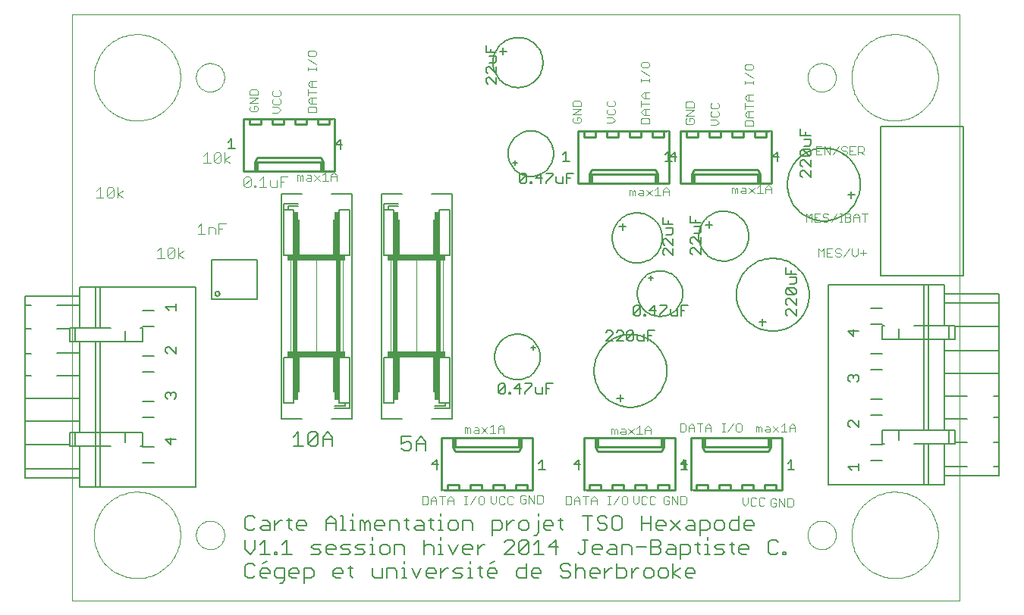
<source format=gto>
G75*
%MOIN*%
%OFA0B0*%
%FSLAX24Y24*%
%IPPOS*%
%LPD*%
%AMOC8*
5,1,8,0,0,1.08239X$1,22.5*
%
%ADD10C,0.0000*%
%ADD11C,0.0030*%
%ADD12C,0.0060*%
%ADD13C,0.0020*%
%ADD14R,0.0450X0.0250*%
%ADD15R,0.1600X0.0250*%
%ADD16R,0.0200X0.4000*%
%ADD17R,0.0050X0.1550*%
%ADD18R,0.0200X0.1900*%
%ADD19C,0.0070*%
%ADD20C,0.0050*%
%ADD21C,0.0040*%
%ADD22C,0.0100*%
D10*
X002180Y002680D02*
X002180Y028460D01*
X041180Y028460D01*
X041180Y002680D01*
X002180Y002680D01*
X003155Y005555D02*
X003157Y005642D01*
X003163Y005729D01*
X003173Y005816D01*
X003187Y005902D01*
X003205Y005987D01*
X003226Y006071D01*
X003252Y006155D01*
X003281Y006237D01*
X003315Y006317D01*
X003351Y006396D01*
X003392Y006473D01*
X003436Y006549D01*
X003483Y006622D01*
X003533Y006693D01*
X003587Y006761D01*
X003644Y006827D01*
X003704Y006891D01*
X003766Y006951D01*
X003832Y007009D01*
X003900Y007063D01*
X003970Y007115D01*
X004043Y007163D01*
X004118Y007208D01*
X004194Y007249D01*
X004273Y007287D01*
X004353Y007321D01*
X004435Y007351D01*
X004518Y007377D01*
X004602Y007400D01*
X004687Y007419D01*
X004773Y007434D01*
X004859Y007445D01*
X004946Y007452D01*
X005033Y007455D01*
X005120Y007454D01*
X005207Y007449D01*
X005294Y007440D01*
X005380Y007427D01*
X005466Y007410D01*
X005550Y007389D01*
X005634Y007365D01*
X005716Y007336D01*
X005797Y007304D01*
X005877Y007268D01*
X005954Y007229D01*
X006030Y007186D01*
X006104Y007139D01*
X006175Y007090D01*
X006244Y007037D01*
X006311Y006980D01*
X006375Y006921D01*
X006436Y006859D01*
X006495Y006795D01*
X006550Y006727D01*
X006602Y006658D01*
X006651Y006586D01*
X006697Y006511D01*
X006739Y006435D01*
X006777Y006357D01*
X006812Y006277D01*
X006844Y006196D01*
X006871Y006113D01*
X006895Y006029D01*
X006915Y005944D01*
X006931Y005859D01*
X006943Y005772D01*
X006951Y005686D01*
X006955Y005599D01*
X006955Y005511D01*
X006951Y005424D01*
X006943Y005338D01*
X006931Y005251D01*
X006915Y005166D01*
X006895Y005081D01*
X006871Y004997D01*
X006844Y004914D01*
X006812Y004833D01*
X006777Y004753D01*
X006739Y004675D01*
X006697Y004599D01*
X006651Y004524D01*
X006602Y004452D01*
X006550Y004383D01*
X006495Y004315D01*
X006436Y004251D01*
X006375Y004189D01*
X006311Y004130D01*
X006244Y004073D01*
X006175Y004020D01*
X006104Y003971D01*
X006030Y003924D01*
X005954Y003881D01*
X005877Y003842D01*
X005797Y003806D01*
X005716Y003774D01*
X005634Y003745D01*
X005550Y003721D01*
X005466Y003700D01*
X005380Y003683D01*
X005294Y003670D01*
X005207Y003661D01*
X005120Y003656D01*
X005033Y003655D01*
X004946Y003658D01*
X004859Y003665D01*
X004773Y003676D01*
X004687Y003691D01*
X004602Y003710D01*
X004518Y003733D01*
X004435Y003759D01*
X004353Y003789D01*
X004273Y003823D01*
X004194Y003861D01*
X004118Y003902D01*
X004043Y003947D01*
X003970Y003995D01*
X003900Y004047D01*
X003832Y004101D01*
X003766Y004159D01*
X003704Y004219D01*
X003644Y004283D01*
X003587Y004349D01*
X003533Y004417D01*
X003483Y004488D01*
X003436Y004561D01*
X003392Y004637D01*
X003351Y004714D01*
X003315Y004793D01*
X003281Y004873D01*
X003252Y004955D01*
X003226Y005039D01*
X003205Y005123D01*
X003187Y005208D01*
X003173Y005294D01*
X003163Y005381D01*
X003157Y005468D01*
X003155Y005555D01*
X007640Y005555D02*
X007642Y005605D01*
X007648Y005654D01*
X007658Y005703D01*
X007671Y005750D01*
X007689Y005797D01*
X007710Y005842D01*
X007734Y005885D01*
X007762Y005926D01*
X007793Y005965D01*
X007827Y006001D01*
X007864Y006035D01*
X007904Y006065D01*
X007945Y006092D01*
X007989Y006116D01*
X008034Y006136D01*
X008081Y006152D01*
X008129Y006165D01*
X008178Y006174D01*
X008228Y006179D01*
X008277Y006180D01*
X008327Y006177D01*
X008376Y006170D01*
X008425Y006159D01*
X008472Y006145D01*
X008518Y006126D01*
X008563Y006104D01*
X008606Y006079D01*
X008646Y006050D01*
X008684Y006018D01*
X008720Y005984D01*
X008753Y005946D01*
X008782Y005906D01*
X008808Y005864D01*
X008831Y005820D01*
X008850Y005774D01*
X008866Y005727D01*
X008878Y005678D01*
X008886Y005629D01*
X008890Y005580D01*
X008890Y005530D01*
X008886Y005481D01*
X008878Y005432D01*
X008866Y005383D01*
X008850Y005336D01*
X008831Y005290D01*
X008808Y005246D01*
X008782Y005204D01*
X008753Y005164D01*
X008720Y005126D01*
X008684Y005092D01*
X008646Y005060D01*
X008606Y005031D01*
X008563Y005006D01*
X008518Y004984D01*
X008472Y004965D01*
X008425Y004951D01*
X008376Y004940D01*
X008327Y004933D01*
X008277Y004930D01*
X008228Y004931D01*
X008178Y004936D01*
X008129Y004945D01*
X008081Y004958D01*
X008034Y004974D01*
X007989Y004994D01*
X007945Y005018D01*
X007904Y005045D01*
X007864Y005075D01*
X007827Y005109D01*
X007793Y005145D01*
X007762Y005184D01*
X007734Y005225D01*
X007710Y005268D01*
X007689Y005313D01*
X007671Y005360D01*
X007658Y005407D01*
X007648Y005456D01*
X007642Y005505D01*
X007640Y005555D01*
X034515Y005555D02*
X034517Y005605D01*
X034523Y005654D01*
X034533Y005703D01*
X034546Y005750D01*
X034564Y005797D01*
X034585Y005842D01*
X034609Y005885D01*
X034637Y005926D01*
X034668Y005965D01*
X034702Y006001D01*
X034739Y006035D01*
X034779Y006065D01*
X034820Y006092D01*
X034864Y006116D01*
X034909Y006136D01*
X034956Y006152D01*
X035004Y006165D01*
X035053Y006174D01*
X035103Y006179D01*
X035152Y006180D01*
X035202Y006177D01*
X035251Y006170D01*
X035300Y006159D01*
X035347Y006145D01*
X035393Y006126D01*
X035438Y006104D01*
X035481Y006079D01*
X035521Y006050D01*
X035559Y006018D01*
X035595Y005984D01*
X035628Y005946D01*
X035657Y005906D01*
X035683Y005864D01*
X035706Y005820D01*
X035725Y005774D01*
X035741Y005727D01*
X035753Y005678D01*
X035761Y005629D01*
X035765Y005580D01*
X035765Y005530D01*
X035761Y005481D01*
X035753Y005432D01*
X035741Y005383D01*
X035725Y005336D01*
X035706Y005290D01*
X035683Y005246D01*
X035657Y005204D01*
X035628Y005164D01*
X035595Y005126D01*
X035559Y005092D01*
X035521Y005060D01*
X035481Y005031D01*
X035438Y005006D01*
X035393Y004984D01*
X035347Y004965D01*
X035300Y004951D01*
X035251Y004940D01*
X035202Y004933D01*
X035152Y004930D01*
X035103Y004931D01*
X035053Y004936D01*
X035004Y004945D01*
X034956Y004958D01*
X034909Y004974D01*
X034864Y004994D01*
X034820Y005018D01*
X034779Y005045D01*
X034739Y005075D01*
X034702Y005109D01*
X034668Y005145D01*
X034637Y005184D01*
X034609Y005225D01*
X034585Y005268D01*
X034564Y005313D01*
X034546Y005360D01*
X034533Y005407D01*
X034523Y005456D01*
X034517Y005505D01*
X034515Y005555D01*
X036450Y005555D02*
X036452Y005642D01*
X036458Y005729D01*
X036468Y005816D01*
X036482Y005902D01*
X036500Y005987D01*
X036521Y006071D01*
X036547Y006155D01*
X036576Y006237D01*
X036610Y006317D01*
X036646Y006396D01*
X036687Y006473D01*
X036731Y006549D01*
X036778Y006622D01*
X036828Y006693D01*
X036882Y006761D01*
X036939Y006827D01*
X036999Y006891D01*
X037061Y006951D01*
X037127Y007009D01*
X037195Y007063D01*
X037265Y007115D01*
X037338Y007163D01*
X037413Y007208D01*
X037489Y007249D01*
X037568Y007287D01*
X037648Y007321D01*
X037730Y007351D01*
X037813Y007377D01*
X037897Y007400D01*
X037982Y007419D01*
X038068Y007434D01*
X038154Y007445D01*
X038241Y007452D01*
X038328Y007455D01*
X038415Y007454D01*
X038502Y007449D01*
X038589Y007440D01*
X038675Y007427D01*
X038761Y007410D01*
X038845Y007389D01*
X038929Y007365D01*
X039011Y007336D01*
X039092Y007304D01*
X039172Y007268D01*
X039249Y007229D01*
X039325Y007186D01*
X039399Y007139D01*
X039470Y007090D01*
X039539Y007037D01*
X039606Y006980D01*
X039670Y006921D01*
X039731Y006859D01*
X039790Y006795D01*
X039845Y006727D01*
X039897Y006658D01*
X039946Y006586D01*
X039992Y006511D01*
X040034Y006435D01*
X040072Y006357D01*
X040107Y006277D01*
X040139Y006196D01*
X040166Y006113D01*
X040190Y006029D01*
X040210Y005944D01*
X040226Y005859D01*
X040238Y005772D01*
X040246Y005686D01*
X040250Y005599D01*
X040250Y005511D01*
X040246Y005424D01*
X040238Y005338D01*
X040226Y005251D01*
X040210Y005166D01*
X040190Y005081D01*
X040166Y004997D01*
X040139Y004914D01*
X040107Y004833D01*
X040072Y004753D01*
X040034Y004675D01*
X039992Y004599D01*
X039946Y004524D01*
X039897Y004452D01*
X039845Y004383D01*
X039790Y004315D01*
X039731Y004251D01*
X039670Y004189D01*
X039606Y004130D01*
X039539Y004073D01*
X039470Y004020D01*
X039399Y003971D01*
X039325Y003924D01*
X039249Y003881D01*
X039172Y003842D01*
X039092Y003806D01*
X039011Y003774D01*
X038929Y003745D01*
X038845Y003721D01*
X038761Y003700D01*
X038675Y003683D01*
X038589Y003670D01*
X038502Y003661D01*
X038415Y003656D01*
X038328Y003655D01*
X038241Y003658D01*
X038154Y003665D01*
X038068Y003676D01*
X037982Y003691D01*
X037897Y003710D01*
X037813Y003733D01*
X037730Y003759D01*
X037648Y003789D01*
X037568Y003823D01*
X037489Y003861D01*
X037413Y003902D01*
X037338Y003947D01*
X037265Y003995D01*
X037195Y004047D01*
X037127Y004101D01*
X037061Y004159D01*
X036999Y004219D01*
X036939Y004283D01*
X036882Y004349D01*
X036828Y004417D01*
X036778Y004488D01*
X036731Y004561D01*
X036687Y004637D01*
X036646Y004714D01*
X036610Y004793D01*
X036576Y004873D01*
X036547Y004955D01*
X036521Y005039D01*
X036500Y005123D01*
X036482Y005208D01*
X036468Y005294D01*
X036458Y005381D01*
X036452Y005468D01*
X036450Y005555D01*
X034515Y025695D02*
X034517Y025745D01*
X034523Y025794D01*
X034533Y025843D01*
X034546Y025890D01*
X034564Y025937D01*
X034585Y025982D01*
X034609Y026025D01*
X034637Y026066D01*
X034668Y026105D01*
X034702Y026141D01*
X034739Y026175D01*
X034779Y026205D01*
X034820Y026232D01*
X034864Y026256D01*
X034909Y026276D01*
X034956Y026292D01*
X035004Y026305D01*
X035053Y026314D01*
X035103Y026319D01*
X035152Y026320D01*
X035202Y026317D01*
X035251Y026310D01*
X035300Y026299D01*
X035347Y026285D01*
X035393Y026266D01*
X035438Y026244D01*
X035481Y026219D01*
X035521Y026190D01*
X035559Y026158D01*
X035595Y026124D01*
X035628Y026086D01*
X035657Y026046D01*
X035683Y026004D01*
X035706Y025960D01*
X035725Y025914D01*
X035741Y025867D01*
X035753Y025818D01*
X035761Y025769D01*
X035765Y025720D01*
X035765Y025670D01*
X035761Y025621D01*
X035753Y025572D01*
X035741Y025523D01*
X035725Y025476D01*
X035706Y025430D01*
X035683Y025386D01*
X035657Y025344D01*
X035628Y025304D01*
X035595Y025266D01*
X035559Y025232D01*
X035521Y025200D01*
X035481Y025171D01*
X035438Y025146D01*
X035393Y025124D01*
X035347Y025105D01*
X035300Y025091D01*
X035251Y025080D01*
X035202Y025073D01*
X035152Y025070D01*
X035103Y025071D01*
X035053Y025076D01*
X035004Y025085D01*
X034956Y025098D01*
X034909Y025114D01*
X034864Y025134D01*
X034820Y025158D01*
X034779Y025185D01*
X034739Y025215D01*
X034702Y025249D01*
X034668Y025285D01*
X034637Y025324D01*
X034609Y025365D01*
X034585Y025408D01*
X034564Y025453D01*
X034546Y025500D01*
X034533Y025547D01*
X034523Y025596D01*
X034517Y025645D01*
X034515Y025695D01*
X036450Y025695D02*
X036452Y025782D01*
X036458Y025869D01*
X036468Y025956D01*
X036482Y026042D01*
X036500Y026127D01*
X036521Y026211D01*
X036547Y026295D01*
X036576Y026377D01*
X036610Y026457D01*
X036646Y026536D01*
X036687Y026613D01*
X036731Y026689D01*
X036778Y026762D01*
X036828Y026833D01*
X036882Y026901D01*
X036939Y026967D01*
X036999Y027031D01*
X037061Y027091D01*
X037127Y027149D01*
X037195Y027203D01*
X037265Y027255D01*
X037338Y027303D01*
X037413Y027348D01*
X037489Y027389D01*
X037568Y027427D01*
X037648Y027461D01*
X037730Y027491D01*
X037813Y027517D01*
X037897Y027540D01*
X037982Y027559D01*
X038068Y027574D01*
X038154Y027585D01*
X038241Y027592D01*
X038328Y027595D01*
X038415Y027594D01*
X038502Y027589D01*
X038589Y027580D01*
X038675Y027567D01*
X038761Y027550D01*
X038845Y027529D01*
X038929Y027505D01*
X039011Y027476D01*
X039092Y027444D01*
X039172Y027408D01*
X039249Y027369D01*
X039325Y027326D01*
X039399Y027279D01*
X039470Y027230D01*
X039539Y027177D01*
X039606Y027120D01*
X039670Y027061D01*
X039731Y026999D01*
X039790Y026935D01*
X039845Y026867D01*
X039897Y026798D01*
X039946Y026726D01*
X039992Y026651D01*
X040034Y026575D01*
X040072Y026497D01*
X040107Y026417D01*
X040139Y026336D01*
X040166Y026253D01*
X040190Y026169D01*
X040210Y026084D01*
X040226Y025999D01*
X040238Y025912D01*
X040246Y025826D01*
X040250Y025739D01*
X040250Y025651D01*
X040246Y025564D01*
X040238Y025478D01*
X040226Y025391D01*
X040210Y025306D01*
X040190Y025221D01*
X040166Y025137D01*
X040139Y025054D01*
X040107Y024973D01*
X040072Y024893D01*
X040034Y024815D01*
X039992Y024739D01*
X039946Y024664D01*
X039897Y024592D01*
X039845Y024523D01*
X039790Y024455D01*
X039731Y024391D01*
X039670Y024329D01*
X039606Y024270D01*
X039539Y024213D01*
X039470Y024160D01*
X039399Y024111D01*
X039325Y024064D01*
X039249Y024021D01*
X039172Y023982D01*
X039092Y023946D01*
X039011Y023914D01*
X038929Y023885D01*
X038845Y023861D01*
X038761Y023840D01*
X038675Y023823D01*
X038589Y023810D01*
X038502Y023801D01*
X038415Y023796D01*
X038328Y023795D01*
X038241Y023798D01*
X038154Y023805D01*
X038068Y023816D01*
X037982Y023831D01*
X037897Y023850D01*
X037813Y023873D01*
X037730Y023899D01*
X037648Y023929D01*
X037568Y023963D01*
X037489Y024001D01*
X037413Y024042D01*
X037338Y024087D01*
X037265Y024135D01*
X037195Y024187D01*
X037127Y024241D01*
X037061Y024299D01*
X036999Y024359D01*
X036939Y024423D01*
X036882Y024489D01*
X036828Y024557D01*
X036778Y024628D01*
X036731Y024701D01*
X036687Y024777D01*
X036646Y024854D01*
X036610Y024933D01*
X036576Y025013D01*
X036547Y025095D01*
X036521Y025179D01*
X036500Y025263D01*
X036482Y025348D01*
X036468Y025434D01*
X036458Y025521D01*
X036452Y025608D01*
X036450Y025695D01*
X007640Y025695D02*
X007642Y025745D01*
X007648Y025794D01*
X007658Y025843D01*
X007671Y025890D01*
X007689Y025937D01*
X007710Y025982D01*
X007734Y026025D01*
X007762Y026066D01*
X007793Y026105D01*
X007827Y026141D01*
X007864Y026175D01*
X007904Y026205D01*
X007945Y026232D01*
X007989Y026256D01*
X008034Y026276D01*
X008081Y026292D01*
X008129Y026305D01*
X008178Y026314D01*
X008228Y026319D01*
X008277Y026320D01*
X008327Y026317D01*
X008376Y026310D01*
X008425Y026299D01*
X008472Y026285D01*
X008518Y026266D01*
X008563Y026244D01*
X008606Y026219D01*
X008646Y026190D01*
X008684Y026158D01*
X008720Y026124D01*
X008753Y026086D01*
X008782Y026046D01*
X008808Y026004D01*
X008831Y025960D01*
X008850Y025914D01*
X008866Y025867D01*
X008878Y025818D01*
X008886Y025769D01*
X008890Y025720D01*
X008890Y025670D01*
X008886Y025621D01*
X008878Y025572D01*
X008866Y025523D01*
X008850Y025476D01*
X008831Y025430D01*
X008808Y025386D01*
X008782Y025344D01*
X008753Y025304D01*
X008720Y025266D01*
X008684Y025232D01*
X008646Y025200D01*
X008606Y025171D01*
X008563Y025146D01*
X008518Y025124D01*
X008472Y025105D01*
X008425Y025091D01*
X008376Y025080D01*
X008327Y025073D01*
X008277Y025070D01*
X008228Y025071D01*
X008178Y025076D01*
X008129Y025085D01*
X008081Y025098D01*
X008034Y025114D01*
X007989Y025134D01*
X007945Y025158D01*
X007904Y025185D01*
X007864Y025215D01*
X007827Y025249D01*
X007793Y025285D01*
X007762Y025324D01*
X007734Y025365D01*
X007710Y025408D01*
X007689Y025453D01*
X007671Y025500D01*
X007658Y025547D01*
X007648Y025596D01*
X007642Y025645D01*
X007640Y025695D01*
X003155Y025695D02*
X003157Y025782D01*
X003163Y025869D01*
X003173Y025956D01*
X003187Y026042D01*
X003205Y026127D01*
X003226Y026211D01*
X003252Y026295D01*
X003281Y026377D01*
X003315Y026457D01*
X003351Y026536D01*
X003392Y026613D01*
X003436Y026689D01*
X003483Y026762D01*
X003533Y026833D01*
X003587Y026901D01*
X003644Y026967D01*
X003704Y027031D01*
X003766Y027091D01*
X003832Y027149D01*
X003900Y027203D01*
X003970Y027255D01*
X004043Y027303D01*
X004118Y027348D01*
X004194Y027389D01*
X004273Y027427D01*
X004353Y027461D01*
X004435Y027491D01*
X004518Y027517D01*
X004602Y027540D01*
X004687Y027559D01*
X004773Y027574D01*
X004859Y027585D01*
X004946Y027592D01*
X005033Y027595D01*
X005120Y027594D01*
X005207Y027589D01*
X005294Y027580D01*
X005380Y027567D01*
X005466Y027550D01*
X005550Y027529D01*
X005634Y027505D01*
X005716Y027476D01*
X005797Y027444D01*
X005877Y027408D01*
X005954Y027369D01*
X006030Y027326D01*
X006104Y027279D01*
X006175Y027230D01*
X006244Y027177D01*
X006311Y027120D01*
X006375Y027061D01*
X006436Y026999D01*
X006495Y026935D01*
X006550Y026867D01*
X006602Y026798D01*
X006651Y026726D01*
X006697Y026651D01*
X006739Y026575D01*
X006777Y026497D01*
X006812Y026417D01*
X006844Y026336D01*
X006871Y026253D01*
X006895Y026169D01*
X006915Y026084D01*
X006931Y025999D01*
X006943Y025912D01*
X006951Y025826D01*
X006955Y025739D01*
X006955Y025651D01*
X006951Y025564D01*
X006943Y025478D01*
X006931Y025391D01*
X006915Y025306D01*
X006895Y025221D01*
X006871Y025137D01*
X006844Y025054D01*
X006812Y024973D01*
X006777Y024893D01*
X006739Y024815D01*
X006697Y024739D01*
X006651Y024664D01*
X006602Y024592D01*
X006550Y024523D01*
X006495Y024455D01*
X006436Y024391D01*
X006375Y024329D01*
X006311Y024270D01*
X006244Y024213D01*
X006175Y024160D01*
X006104Y024111D01*
X006030Y024064D01*
X005954Y024021D01*
X005877Y023982D01*
X005797Y023946D01*
X005716Y023914D01*
X005634Y023885D01*
X005550Y023861D01*
X005466Y023840D01*
X005380Y023823D01*
X005294Y023810D01*
X005207Y023801D01*
X005120Y023796D01*
X005033Y023795D01*
X004946Y023798D01*
X004859Y023805D01*
X004773Y023816D01*
X004687Y023831D01*
X004602Y023850D01*
X004518Y023873D01*
X004435Y023899D01*
X004353Y023929D01*
X004273Y023963D01*
X004194Y024001D01*
X004118Y024042D01*
X004043Y024087D01*
X003970Y024135D01*
X003900Y024187D01*
X003832Y024241D01*
X003766Y024299D01*
X003704Y024359D01*
X003644Y024423D01*
X003587Y024489D01*
X003533Y024557D01*
X003483Y024628D01*
X003436Y024701D01*
X003392Y024777D01*
X003351Y024854D01*
X003315Y024933D01*
X003281Y025013D01*
X003252Y025095D01*
X003226Y025179D01*
X003205Y025263D01*
X003187Y025348D01*
X003173Y025434D01*
X003163Y025521D01*
X003157Y025608D01*
X003155Y025695D01*
D11*
X009995Y025117D02*
X009995Y024932D01*
X010365Y024932D01*
X010365Y025117D01*
X010303Y025179D01*
X010056Y025179D01*
X009995Y025117D01*
X009995Y024932D01*
X010365Y024932D01*
X010365Y025117D01*
X010303Y025179D01*
X010056Y025179D01*
X009995Y025117D01*
X009995Y024810D02*
X010365Y024810D01*
X009995Y024563D01*
X010365Y024563D01*
X009995Y024563D01*
X010365Y024810D01*
X009995Y024810D01*
X010056Y024442D02*
X009995Y024380D01*
X009995Y024257D01*
X010056Y024195D01*
X010303Y024195D01*
X010365Y024257D01*
X010365Y024380D01*
X010303Y024442D01*
X010180Y024442D01*
X010180Y024318D01*
X010180Y024442D01*
X010303Y024442D01*
X010365Y024380D01*
X010365Y024257D01*
X010303Y024195D01*
X010056Y024195D01*
X009995Y024257D01*
X009995Y024380D01*
X010056Y024442D01*
X010995Y024392D02*
X011242Y024392D01*
X011365Y024268D01*
X011242Y024145D01*
X010995Y024145D01*
X011242Y024145D01*
X011365Y024268D01*
X011242Y024392D01*
X010995Y024392D01*
X011056Y024513D02*
X011303Y024513D01*
X011365Y024575D01*
X011365Y024698D01*
X011303Y024760D01*
X011365Y024698D01*
X011365Y024575D01*
X011303Y024513D01*
X011056Y024513D01*
X010995Y024575D01*
X010995Y024698D01*
X011056Y024760D01*
X010995Y024698D01*
X010995Y024575D01*
X011056Y024513D01*
X011056Y024882D02*
X011303Y024882D01*
X011365Y024943D01*
X011365Y025067D01*
X011303Y025129D01*
X011365Y025067D01*
X011365Y024943D01*
X011303Y024882D01*
X011056Y024882D01*
X010995Y024943D01*
X010995Y025067D01*
X011056Y025129D01*
X010995Y025067D01*
X010995Y024943D01*
X011056Y024882D01*
X012545Y024908D02*
X012545Y025155D01*
X012545Y025031D02*
X012915Y025031D01*
X012915Y024786D02*
X012668Y024786D01*
X012545Y024663D01*
X012668Y024540D01*
X012915Y024540D01*
X012853Y024418D02*
X012606Y024418D01*
X012545Y024356D01*
X012545Y024171D01*
X012915Y024171D01*
X012915Y024356D01*
X012853Y024418D01*
X012730Y024540D02*
X012730Y024786D01*
X012730Y025276D02*
X012730Y025523D01*
X012668Y025523D02*
X012915Y025523D01*
X012915Y025276D02*
X012668Y025276D01*
X012545Y025400D01*
X012668Y025523D01*
X012545Y026013D02*
X012545Y026136D01*
X012545Y026075D02*
X012915Y026075D01*
X012915Y026136D02*
X012915Y026013D01*
X012915Y026258D02*
X012545Y026505D01*
X012606Y026627D02*
X012545Y026688D01*
X012545Y026812D01*
X012606Y026874D01*
X012853Y026874D01*
X012915Y026812D01*
X012915Y026688D01*
X012853Y026627D01*
X012606Y026627D01*
X013323Y021515D02*
X013323Y021145D01*
X013200Y021145D02*
X013447Y021145D01*
X013568Y021145D02*
X013568Y021392D01*
X013692Y021515D01*
X013815Y021392D01*
X013815Y021145D01*
X013815Y021330D02*
X013568Y021330D01*
X013323Y021515D02*
X013200Y021392D01*
X013079Y021392D02*
X012832Y021145D01*
X012710Y021145D02*
X012525Y021145D01*
X012463Y021207D01*
X012525Y021268D01*
X012710Y021268D01*
X012710Y021330D02*
X012710Y021145D01*
X012710Y021330D02*
X012648Y021392D01*
X012525Y021392D01*
X012342Y021330D02*
X012342Y021145D01*
X012218Y021145D02*
X012218Y021330D01*
X012280Y021392D01*
X012342Y021330D01*
X012218Y021330D02*
X012157Y021392D01*
X012095Y021392D01*
X012095Y021145D01*
X012832Y021392D02*
X013079Y021145D01*
X024195Y023757D02*
X024256Y023695D01*
X024503Y023695D01*
X024565Y023757D01*
X024565Y023880D01*
X024503Y023942D01*
X024380Y023942D01*
X024380Y023818D01*
X024380Y023942D01*
X024503Y023942D01*
X024565Y023880D01*
X024565Y023757D01*
X024503Y023695D01*
X024256Y023695D01*
X024195Y023757D01*
X024195Y023880D01*
X024256Y023942D01*
X024195Y023880D01*
X024195Y023757D01*
X024195Y024063D02*
X024565Y024310D01*
X024195Y024310D01*
X024565Y024310D01*
X024195Y024063D01*
X024565Y024063D01*
X024195Y024063D01*
X024195Y024432D02*
X024195Y024617D01*
X024256Y024679D01*
X024503Y024679D01*
X024565Y024617D01*
X024565Y024432D01*
X024195Y024432D01*
X024195Y024617D01*
X024256Y024679D01*
X024503Y024679D01*
X024565Y024617D01*
X024565Y024432D01*
X024195Y024432D01*
X025695Y024493D02*
X025756Y024432D01*
X026003Y024432D01*
X026065Y024493D01*
X026065Y024617D01*
X026003Y024679D01*
X025756Y024679D02*
X025695Y024617D01*
X025695Y024493D01*
X025756Y024310D02*
X025695Y024248D01*
X025695Y024125D01*
X025756Y024063D01*
X026003Y024063D01*
X026065Y024125D01*
X026065Y024248D01*
X026003Y024310D01*
X025942Y023942D02*
X025695Y023942D01*
X025942Y023942D02*
X026065Y023818D01*
X025942Y023695D01*
X025695Y023695D01*
X027195Y023671D02*
X027195Y023856D01*
X027256Y023918D01*
X027503Y023918D01*
X027565Y023856D01*
X027565Y023671D01*
X027195Y023671D01*
X027318Y024040D02*
X027195Y024163D01*
X027318Y024286D01*
X027565Y024286D01*
X027380Y024286D02*
X027380Y024040D01*
X027318Y024040D02*
X027565Y024040D01*
X027195Y024408D02*
X027195Y024655D01*
X027195Y024531D02*
X027565Y024531D01*
X027565Y024776D02*
X027318Y024776D01*
X027195Y024900D01*
X027318Y025023D01*
X027565Y025023D01*
X027380Y025023D02*
X027380Y024776D01*
X027565Y025513D02*
X027565Y025636D01*
X027565Y025575D02*
X027195Y025575D01*
X027195Y025636D02*
X027195Y025513D01*
X027565Y025758D02*
X027195Y026005D01*
X027256Y026127D02*
X027503Y026127D01*
X027565Y026188D01*
X027565Y026312D01*
X027503Y026374D01*
X027256Y026374D01*
X027195Y026312D01*
X027195Y026188D01*
X027256Y026127D01*
X029145Y024567D02*
X029145Y024382D01*
X029515Y024382D01*
X029515Y024567D01*
X029453Y024629D01*
X029206Y024629D01*
X029145Y024567D01*
X029145Y024260D02*
X029515Y024260D01*
X029145Y024013D01*
X029515Y024013D01*
X029453Y023892D02*
X029330Y023892D01*
X029330Y023768D01*
X029453Y023645D02*
X029515Y023707D01*
X029515Y023830D01*
X029453Y023892D01*
X029206Y023892D02*
X029145Y023830D01*
X029145Y023707D01*
X029206Y023645D01*
X029453Y023645D01*
X030245Y023595D02*
X030492Y023595D01*
X030615Y023718D01*
X030492Y023842D01*
X030245Y023842D01*
X030306Y023963D02*
X030553Y023963D01*
X030615Y024025D01*
X030615Y024148D01*
X030553Y024210D01*
X030553Y024332D02*
X030615Y024393D01*
X030615Y024517D01*
X030553Y024579D01*
X030306Y024579D02*
X030245Y024517D01*
X030245Y024393D01*
X030306Y024332D01*
X030553Y024332D01*
X030306Y024210D02*
X030245Y024148D01*
X030245Y024025D01*
X030306Y023963D01*
X031745Y024063D02*
X031868Y024186D01*
X032115Y024186D01*
X031930Y024186D02*
X031930Y023940D01*
X031868Y023940D02*
X031745Y024063D01*
X031868Y023940D02*
X032115Y023940D01*
X032053Y023818D02*
X031806Y023818D01*
X031745Y023756D01*
X031745Y023571D01*
X032115Y023571D01*
X032115Y023756D01*
X032053Y023818D01*
X031745Y024308D02*
X031745Y024555D01*
X031745Y024431D02*
X032115Y024431D01*
X032115Y024676D02*
X031868Y024676D01*
X031745Y024800D01*
X031868Y024923D01*
X032115Y024923D01*
X031930Y024923D02*
X031930Y024676D01*
X032115Y025413D02*
X032115Y025536D01*
X032115Y025475D02*
X031745Y025475D01*
X031745Y025536D02*
X031745Y025413D01*
X032115Y025658D02*
X031745Y025905D01*
X031806Y026027D02*
X032053Y026027D01*
X032115Y026088D01*
X032115Y026212D01*
X032053Y026274D01*
X031806Y026274D01*
X031745Y026212D01*
X031745Y026088D01*
X031806Y026027D01*
X034895Y022665D02*
X034895Y022295D01*
X035142Y022295D01*
X035263Y022295D02*
X035263Y022665D01*
X035510Y022295D01*
X035510Y022665D01*
X035142Y022665D02*
X034895Y022665D01*
X034895Y022480D02*
X035018Y022480D01*
X035632Y022295D02*
X035879Y022665D01*
X036000Y022604D02*
X036000Y022542D01*
X036062Y022480D01*
X036185Y022480D01*
X036247Y022418D01*
X036247Y022357D01*
X036185Y022295D01*
X036062Y022295D01*
X036000Y022357D01*
X036000Y022604D02*
X036062Y022665D01*
X036185Y022665D01*
X036247Y022604D01*
X036368Y022665D02*
X036368Y022295D01*
X036615Y022295D01*
X036737Y022295D02*
X036737Y022665D01*
X036922Y022665D01*
X036983Y022604D01*
X036983Y022480D01*
X036922Y022418D01*
X036737Y022418D01*
X036860Y022418D02*
X036983Y022295D01*
X036615Y022665D02*
X036368Y022665D01*
X036368Y022480D02*
X036492Y022480D01*
X032915Y020842D02*
X032915Y020595D01*
X032915Y020780D02*
X032668Y020780D01*
X032668Y020842D02*
X032792Y020965D01*
X032915Y020842D01*
X032668Y020842D02*
X032668Y020595D01*
X032547Y020595D02*
X032300Y020595D01*
X032179Y020595D02*
X031932Y020842D01*
X031810Y020780D02*
X031810Y020595D01*
X031625Y020595D01*
X031563Y020657D01*
X031625Y020718D01*
X031810Y020718D01*
X031810Y020780D02*
X031748Y020842D01*
X031625Y020842D01*
X031442Y020780D02*
X031442Y020595D01*
X031318Y020595D02*
X031318Y020780D01*
X031380Y020842D01*
X031442Y020780D01*
X031318Y020780D02*
X031257Y020842D01*
X031195Y020842D01*
X031195Y020595D01*
X031932Y020595D02*
X032179Y020842D01*
X032300Y020842D02*
X032423Y020965D01*
X032423Y020595D01*
X034445Y019715D02*
X034445Y019345D01*
X034692Y019345D02*
X034692Y019715D01*
X034568Y019592D01*
X034445Y019715D01*
X034813Y019715D02*
X034813Y019345D01*
X035060Y019345D01*
X035182Y019407D02*
X035243Y019345D01*
X035367Y019345D01*
X035429Y019407D01*
X035429Y019468D01*
X035367Y019530D01*
X035243Y019530D01*
X035182Y019592D01*
X035182Y019654D01*
X035243Y019715D01*
X035367Y019715D01*
X035429Y019654D01*
X035550Y019345D02*
X035797Y019715D01*
X035918Y019715D02*
X036042Y019715D01*
X035980Y019715D02*
X035980Y019345D01*
X035918Y019345D02*
X036042Y019345D01*
X036164Y019345D02*
X036349Y019345D01*
X036411Y019407D01*
X036411Y019468D01*
X036349Y019530D01*
X036164Y019530D01*
X036349Y019530D02*
X036411Y019592D01*
X036411Y019654D01*
X036349Y019715D01*
X036164Y019715D01*
X036164Y019345D01*
X036532Y019345D02*
X036532Y019592D01*
X036656Y019715D01*
X036779Y019592D01*
X036779Y019345D01*
X036779Y019530D02*
X036532Y019530D01*
X036900Y019715D02*
X037147Y019715D01*
X037024Y019715D02*
X037024Y019345D01*
X036715Y018165D02*
X036715Y017918D01*
X036592Y017795D01*
X036468Y017918D01*
X036468Y018165D01*
X036347Y018165D02*
X036100Y017795D01*
X035979Y017857D02*
X035979Y017918D01*
X035917Y017980D01*
X035793Y017980D01*
X035732Y018042D01*
X035732Y018104D01*
X035793Y018165D01*
X035917Y018165D01*
X035979Y018104D01*
X035979Y017857D02*
X035917Y017795D01*
X035793Y017795D01*
X035732Y017857D01*
X035610Y017795D02*
X035363Y017795D01*
X035363Y018165D01*
X035610Y018165D01*
X035487Y017980D02*
X035363Y017980D01*
X035242Y018165D02*
X035242Y017795D01*
X034995Y017795D02*
X034995Y018165D01*
X035118Y018042D01*
X035242Y018165D01*
X036837Y017980D02*
X037083Y017980D01*
X036960Y017857D02*
X036960Y018104D01*
X034937Y019530D02*
X034813Y019530D01*
X034813Y019715D02*
X035060Y019715D01*
X028415Y020495D02*
X028415Y020742D01*
X028292Y020865D01*
X028168Y020742D01*
X028168Y020495D01*
X028047Y020495D02*
X027800Y020495D01*
X027679Y020495D02*
X027432Y020742D01*
X027310Y020680D02*
X027248Y020742D01*
X027125Y020742D01*
X027125Y020618D02*
X027310Y020618D01*
X027310Y020680D02*
X027310Y020495D01*
X027125Y020495D01*
X027063Y020557D01*
X027125Y020618D01*
X026942Y020680D02*
X026880Y020742D01*
X026818Y020680D01*
X026818Y020495D01*
X026695Y020495D02*
X026695Y020742D01*
X026757Y020742D01*
X026818Y020680D01*
X026942Y020680D02*
X026942Y020495D01*
X027432Y020495D02*
X027679Y020742D01*
X027800Y020742D02*
X027923Y020865D01*
X027923Y020495D01*
X028168Y020680D02*
X028415Y020680D01*
X028921Y010465D02*
X029106Y010465D01*
X029168Y010404D01*
X029168Y010157D01*
X029106Y010095D01*
X028921Y010095D01*
X028921Y010465D01*
X029290Y010342D02*
X029413Y010465D01*
X029536Y010342D01*
X029536Y010095D01*
X029536Y010280D02*
X029290Y010280D01*
X029290Y010342D02*
X029290Y010095D01*
X029781Y010095D02*
X029781Y010465D01*
X029658Y010465D02*
X029905Y010465D01*
X030026Y010342D02*
X030150Y010465D01*
X030273Y010342D01*
X030273Y010095D01*
X030273Y010280D02*
X030026Y010280D01*
X030026Y010342D02*
X030026Y010095D01*
X030763Y010095D02*
X030886Y010095D01*
X030825Y010095D02*
X030825Y010465D01*
X030886Y010465D02*
X030763Y010465D01*
X031008Y010095D02*
X031255Y010465D01*
X031377Y010404D02*
X031377Y010157D01*
X031438Y010095D01*
X031562Y010095D01*
X031624Y010157D01*
X031624Y010404D01*
X031562Y010465D01*
X031438Y010465D01*
X031377Y010404D01*
X032253Y010342D02*
X032315Y010342D01*
X032377Y010280D01*
X032439Y010342D01*
X032500Y010280D01*
X032500Y010095D01*
X032377Y010095D02*
X032377Y010280D01*
X032253Y010342D02*
X032253Y010095D01*
X032622Y010157D02*
X032683Y010218D01*
X032869Y010218D01*
X032869Y010280D02*
X032869Y010095D01*
X032683Y010095D01*
X032622Y010157D01*
X032683Y010342D02*
X032807Y010342D01*
X032869Y010280D01*
X032990Y010342D02*
X033237Y010095D01*
X033358Y010095D02*
X033605Y010095D01*
X033727Y010095D02*
X033727Y010342D01*
X033850Y010465D01*
X033974Y010342D01*
X033974Y010095D01*
X033974Y010280D02*
X033727Y010280D01*
X033482Y010465D02*
X033482Y010095D01*
X033358Y010342D02*
X033482Y010465D01*
X033237Y010342D02*
X032990Y010095D01*
X032567Y007215D02*
X032443Y007215D01*
X032382Y007154D01*
X032382Y006907D01*
X032443Y006845D01*
X032567Y006845D01*
X032629Y006907D01*
X032629Y007154D02*
X032567Y007215D01*
X032260Y007154D02*
X032198Y007215D01*
X032075Y007215D01*
X032013Y007154D01*
X032013Y006907D01*
X032075Y006845D01*
X032198Y006845D01*
X032260Y006907D01*
X031892Y006968D02*
X031768Y006845D01*
X031645Y006968D01*
X031645Y007215D01*
X031892Y007215D02*
X031892Y006968D01*
X032895Y006857D02*
X032957Y006795D01*
X033080Y006795D01*
X033142Y006857D01*
X033142Y006980D01*
X033018Y006980D01*
X032895Y006857D02*
X032895Y007104D01*
X032957Y007165D01*
X033080Y007165D01*
X033142Y007104D01*
X033263Y007165D02*
X033510Y006795D01*
X033510Y007165D01*
X033632Y007165D02*
X033817Y007165D01*
X033879Y007104D01*
X033879Y006857D01*
X033817Y006795D01*
X033632Y006795D01*
X033632Y007165D01*
X033263Y007165D02*
X033263Y006795D01*
X029179Y006957D02*
X029117Y006895D01*
X028932Y006895D01*
X028932Y007265D01*
X029117Y007265D01*
X029179Y007204D01*
X029179Y006957D01*
X028810Y006895D02*
X028563Y007265D01*
X028563Y006895D01*
X028442Y006957D02*
X028380Y006895D01*
X028257Y006895D01*
X028195Y006957D01*
X028195Y007204D01*
X028257Y007265D01*
X028380Y007265D01*
X028442Y007204D01*
X028442Y007080D02*
X028318Y007080D01*
X028442Y007080D02*
X028442Y006957D01*
X028810Y006895D02*
X028810Y007265D01*
X027829Y007204D02*
X027767Y007265D01*
X027643Y007265D01*
X027582Y007204D01*
X027582Y006957D01*
X027643Y006895D01*
X027767Y006895D01*
X027829Y006957D01*
X027460Y006957D02*
X027398Y006895D01*
X027275Y006895D01*
X027213Y006957D01*
X027213Y007204D01*
X027275Y007265D01*
X027398Y007265D01*
X027460Y007204D01*
X027092Y007265D02*
X027092Y007018D01*
X026968Y006895D01*
X026845Y007018D01*
X026845Y007265D01*
X026597Y007204D02*
X026536Y007265D01*
X026412Y007265D01*
X026350Y007204D01*
X026350Y006957D01*
X026412Y006895D01*
X026536Y006895D01*
X026597Y006957D01*
X026597Y007204D01*
X026229Y007265D02*
X025982Y006895D01*
X025860Y006895D02*
X025737Y006895D01*
X025798Y006895D02*
X025798Y007265D01*
X025737Y007265D02*
X025860Y007265D01*
X025247Y007142D02*
X025247Y006895D01*
X025247Y007080D02*
X025000Y007080D01*
X025000Y007142D02*
X025123Y007265D01*
X025247Y007142D01*
X025000Y007142D02*
X025000Y006895D01*
X024755Y006895D02*
X024755Y007265D01*
X024632Y007265D02*
X024879Y007265D01*
X024510Y007142D02*
X024510Y006895D01*
X024510Y007080D02*
X024263Y007080D01*
X024263Y007142D02*
X024387Y007265D01*
X024510Y007142D01*
X024263Y007142D02*
X024263Y006895D01*
X024142Y006957D02*
X024080Y006895D01*
X023895Y006895D01*
X023895Y007265D01*
X024080Y007265D01*
X024142Y007204D01*
X024142Y006957D01*
X022879Y007007D02*
X022879Y007254D01*
X022817Y007315D01*
X022632Y007315D01*
X022632Y006945D01*
X022817Y006945D01*
X022879Y007007D01*
X022510Y006945D02*
X022510Y007315D01*
X022263Y007315D02*
X022263Y006945D01*
X022142Y007007D02*
X022142Y007130D01*
X022018Y007130D01*
X021895Y007007D02*
X021957Y006945D01*
X022080Y006945D01*
X022142Y007007D01*
X022142Y007254D02*
X022080Y007315D01*
X021957Y007315D01*
X021895Y007254D01*
X021895Y007007D01*
X021579Y006957D02*
X021517Y006895D01*
X021393Y006895D01*
X021332Y006957D01*
X021332Y007204D01*
X021393Y007265D01*
X021517Y007265D01*
X021579Y007204D01*
X021210Y007204D02*
X021148Y007265D01*
X021025Y007265D01*
X020963Y007204D01*
X020963Y006957D01*
X021025Y006895D01*
X021148Y006895D01*
X021210Y006957D01*
X020842Y007018D02*
X020718Y006895D01*
X020595Y007018D01*
X020595Y007265D01*
X020842Y007265D02*
X020842Y007018D01*
X020297Y006957D02*
X020297Y007204D01*
X020236Y007265D01*
X020112Y007265D01*
X020050Y007204D01*
X020050Y006957D01*
X020112Y006895D01*
X020236Y006895D01*
X020297Y006957D01*
X019929Y007265D02*
X019682Y006895D01*
X019560Y006895D02*
X019437Y006895D01*
X019498Y006895D02*
X019498Y007265D01*
X019437Y007265D02*
X019560Y007265D01*
X018947Y007142D02*
X018947Y006895D01*
X018947Y007080D02*
X018700Y007080D01*
X018700Y007142D02*
X018823Y007265D01*
X018947Y007142D01*
X018700Y007142D02*
X018700Y006895D01*
X018455Y006895D02*
X018455Y007265D01*
X018332Y007265D02*
X018579Y007265D01*
X018210Y007142D02*
X018210Y006895D01*
X018210Y007080D02*
X017963Y007080D01*
X017963Y007142D02*
X018087Y007265D01*
X018210Y007142D01*
X017963Y007142D02*
X017963Y006895D01*
X017842Y006957D02*
X017780Y006895D01*
X017595Y006895D01*
X017595Y007265D01*
X017780Y007265D01*
X017842Y007204D01*
X017842Y006957D01*
X019453Y010045D02*
X019453Y010292D01*
X019515Y010292D01*
X019577Y010230D01*
X019639Y010292D01*
X019700Y010230D01*
X019700Y010045D01*
X019577Y010045D02*
X019577Y010230D01*
X019822Y010107D02*
X019883Y010168D01*
X020069Y010168D01*
X020069Y010230D02*
X020069Y010045D01*
X019883Y010045D01*
X019822Y010107D01*
X019883Y010292D02*
X020007Y010292D01*
X020069Y010230D01*
X020190Y010292D02*
X020437Y010045D01*
X020558Y010045D02*
X020805Y010045D01*
X020927Y010045D02*
X020927Y010292D01*
X021050Y010415D01*
X021174Y010292D01*
X021174Y010045D01*
X021174Y010230D02*
X020927Y010230D01*
X020682Y010415D02*
X020682Y010045D01*
X020558Y010292D02*
X020682Y010415D01*
X020437Y010292D02*
X020190Y010045D01*
X022263Y007315D02*
X022510Y006945D01*
X025903Y009995D02*
X025903Y010242D01*
X025965Y010242D01*
X026027Y010180D01*
X026089Y010242D01*
X026150Y010180D01*
X026150Y009995D01*
X026027Y009995D02*
X026027Y010180D01*
X026272Y010057D02*
X026333Y009995D01*
X026519Y009995D01*
X026519Y010180D01*
X026457Y010242D01*
X026333Y010242D01*
X026333Y010118D02*
X026519Y010118D01*
X026640Y009995D02*
X026887Y010242D01*
X027008Y010242D02*
X027132Y010365D01*
X027132Y009995D01*
X027255Y009995D02*
X027008Y009995D01*
X026887Y009995D02*
X026640Y010242D01*
X026333Y010118D02*
X026272Y010057D01*
X027377Y009995D02*
X027377Y010242D01*
X027500Y010365D01*
X027624Y010242D01*
X027624Y009995D01*
X027624Y010180D02*
X027377Y010180D01*
D12*
X026280Y011430D02*
X026280Y011730D01*
X026430Y011580D02*
X026130Y011580D01*
X025130Y012780D02*
X025132Y012860D01*
X025138Y012939D01*
X025148Y013018D01*
X025162Y013097D01*
X025179Y013175D01*
X025201Y013252D01*
X025226Y013327D01*
X025256Y013401D01*
X025288Y013474D01*
X025325Y013545D01*
X025365Y013614D01*
X025408Y013681D01*
X025455Y013746D01*
X025504Y013808D01*
X025557Y013868D01*
X025613Y013925D01*
X025671Y013980D01*
X025732Y014031D01*
X025796Y014079D01*
X025862Y014124D01*
X025930Y014166D01*
X026000Y014204D01*
X026072Y014238D01*
X026145Y014269D01*
X026220Y014297D01*
X026297Y014320D01*
X026374Y014340D01*
X026452Y014356D01*
X026531Y014368D01*
X026610Y014376D01*
X026690Y014380D01*
X026770Y014380D01*
X026850Y014376D01*
X026929Y014368D01*
X027008Y014356D01*
X027086Y014340D01*
X027163Y014320D01*
X027240Y014297D01*
X027315Y014269D01*
X027388Y014238D01*
X027460Y014204D01*
X027530Y014166D01*
X027598Y014124D01*
X027664Y014079D01*
X027728Y014031D01*
X027789Y013980D01*
X027847Y013925D01*
X027903Y013868D01*
X027956Y013808D01*
X028005Y013746D01*
X028052Y013681D01*
X028095Y013614D01*
X028135Y013545D01*
X028172Y013474D01*
X028204Y013401D01*
X028234Y013327D01*
X028259Y013252D01*
X028281Y013175D01*
X028298Y013097D01*
X028312Y013018D01*
X028322Y012939D01*
X028328Y012860D01*
X028330Y012780D01*
X028328Y012700D01*
X028322Y012621D01*
X028312Y012542D01*
X028298Y012463D01*
X028281Y012385D01*
X028259Y012308D01*
X028234Y012233D01*
X028204Y012159D01*
X028172Y012086D01*
X028135Y012015D01*
X028095Y011946D01*
X028052Y011879D01*
X028005Y011814D01*
X027956Y011752D01*
X027903Y011692D01*
X027847Y011635D01*
X027789Y011580D01*
X027728Y011529D01*
X027664Y011481D01*
X027598Y011436D01*
X027530Y011394D01*
X027460Y011356D01*
X027388Y011322D01*
X027315Y011291D01*
X027240Y011263D01*
X027163Y011240D01*
X027086Y011220D01*
X027008Y011204D01*
X026929Y011192D01*
X026850Y011184D01*
X026770Y011180D01*
X026690Y011180D01*
X026610Y011184D01*
X026531Y011192D01*
X026452Y011204D01*
X026374Y011220D01*
X026297Y011240D01*
X026220Y011263D01*
X026145Y011291D01*
X026072Y011322D01*
X026000Y011356D01*
X025930Y011394D01*
X025862Y011436D01*
X025796Y011481D01*
X025732Y011529D01*
X025671Y011580D01*
X025613Y011635D01*
X025557Y011692D01*
X025504Y011752D01*
X025455Y011814D01*
X025408Y011879D01*
X025365Y011946D01*
X025325Y012015D01*
X025288Y012086D01*
X025256Y012159D01*
X025226Y012233D01*
X025201Y012308D01*
X025179Y012385D01*
X025162Y012463D01*
X025148Y012542D01*
X025138Y012621D01*
X025132Y012700D01*
X025130Y012780D01*
X022566Y013794D02*
X022366Y013794D01*
X022466Y013894D02*
X022466Y013694D01*
X020766Y013394D02*
X020768Y013457D01*
X020774Y013519D01*
X020784Y013581D01*
X020797Y013643D01*
X020815Y013703D01*
X020836Y013762D01*
X020861Y013820D01*
X020890Y013876D01*
X020922Y013930D01*
X020957Y013982D01*
X020995Y014031D01*
X021037Y014079D01*
X021081Y014123D01*
X021129Y014165D01*
X021178Y014203D01*
X021230Y014238D01*
X021284Y014270D01*
X021340Y014299D01*
X021398Y014324D01*
X021457Y014345D01*
X021517Y014363D01*
X021579Y014376D01*
X021641Y014386D01*
X021703Y014392D01*
X021766Y014394D01*
X021829Y014392D01*
X021891Y014386D01*
X021953Y014376D01*
X022015Y014363D01*
X022075Y014345D01*
X022134Y014324D01*
X022192Y014299D01*
X022248Y014270D01*
X022302Y014238D01*
X022354Y014203D01*
X022403Y014165D01*
X022451Y014123D01*
X022495Y014079D01*
X022537Y014031D01*
X022575Y013982D01*
X022610Y013930D01*
X022642Y013876D01*
X022671Y013820D01*
X022696Y013762D01*
X022717Y013703D01*
X022735Y013643D01*
X022748Y013581D01*
X022758Y013519D01*
X022764Y013457D01*
X022766Y013394D01*
X022764Y013331D01*
X022758Y013269D01*
X022748Y013207D01*
X022735Y013145D01*
X022717Y013085D01*
X022696Y013026D01*
X022671Y012968D01*
X022642Y012912D01*
X022610Y012858D01*
X022575Y012806D01*
X022537Y012757D01*
X022495Y012709D01*
X022451Y012665D01*
X022403Y012623D01*
X022354Y012585D01*
X022302Y012550D01*
X022248Y012518D01*
X022192Y012489D01*
X022134Y012464D01*
X022075Y012443D01*
X022015Y012425D01*
X021953Y012412D01*
X021891Y012402D01*
X021829Y012396D01*
X021766Y012394D01*
X021703Y012396D01*
X021641Y012402D01*
X021579Y012412D01*
X021517Y012425D01*
X021457Y012443D01*
X021398Y012464D01*
X021340Y012489D01*
X021284Y012518D01*
X021230Y012550D01*
X021178Y012585D01*
X021129Y012623D01*
X021081Y012665D01*
X021037Y012709D01*
X020995Y012757D01*
X020957Y012806D01*
X020922Y012858D01*
X020890Y012912D01*
X020861Y012968D01*
X020836Y013026D01*
X020815Y013085D01*
X020797Y013145D01*
X020784Y013207D01*
X020774Y013269D01*
X020768Y013331D01*
X020766Y013394D01*
X018780Y013380D02*
X018330Y013380D01*
X018330Y011380D01*
X018580Y011380D01*
X018580Y011230D01*
X018130Y011230D01*
X018130Y011130D02*
X018780Y011130D01*
X018780Y011380D01*
X018780Y013380D01*
X016330Y013380D02*
X015880Y013380D01*
X015880Y011380D01*
X016330Y011380D01*
X016330Y013380D01*
X014380Y013380D02*
X013930Y013380D01*
X013930Y011380D01*
X014180Y011380D01*
X014180Y011230D01*
X013730Y011230D01*
X013730Y011130D02*
X014380Y011130D01*
X014380Y011380D01*
X014380Y013380D01*
X011930Y013380D02*
X011480Y013380D01*
X011480Y011380D01*
X011930Y011380D01*
X011930Y013380D01*
X014180Y011380D02*
X014380Y011380D01*
X014480Y010680D02*
X013580Y010680D01*
X014480Y010680D02*
X014480Y020580D01*
X013580Y020580D01*
X013930Y019880D02*
X013930Y017880D01*
X014380Y017880D01*
X014380Y019880D01*
X013930Y019880D01*
X012280Y020580D02*
X011380Y020580D01*
X011380Y010680D01*
X012280Y010680D01*
X015780Y010680D02*
X016680Y010680D01*
X015780Y010680D02*
X015780Y020580D01*
X016680Y020580D01*
X016530Y020130D02*
X015880Y020130D01*
X015880Y019880D01*
X015880Y017880D01*
X016330Y017880D01*
X016330Y019880D01*
X016080Y019880D01*
X016080Y020030D01*
X016530Y020030D01*
X016080Y019880D02*
X015880Y019880D01*
X017980Y020580D02*
X018880Y020580D01*
X018880Y010680D01*
X017980Y010680D01*
X018580Y011380D02*
X018780Y011380D01*
X018403Y006507D02*
X018403Y006401D01*
X018403Y006187D02*
X018403Y005760D01*
X018297Y005760D02*
X018510Y005760D01*
X018726Y005867D02*
X018833Y005760D01*
X019047Y005760D01*
X019153Y005867D01*
X019153Y006080D01*
X019047Y006187D01*
X018833Y006187D01*
X018726Y006080D01*
X018726Y005867D01*
X018403Y006187D02*
X018297Y006187D01*
X018080Y006187D02*
X017867Y006187D01*
X017974Y006294D02*
X017974Y005867D01*
X018080Y005760D01*
X017649Y005760D02*
X017649Y006080D01*
X017543Y006187D01*
X017329Y006187D01*
X017329Y005974D02*
X017649Y005974D01*
X017649Y005760D02*
X017329Y005760D01*
X017222Y005867D01*
X017329Y005974D01*
X017006Y006187D02*
X016793Y006187D01*
X016899Y006294D02*
X016899Y005867D01*
X017006Y005760D01*
X016575Y005760D02*
X016575Y006080D01*
X016468Y006187D01*
X016148Y006187D01*
X016148Y005760D01*
X015931Y005974D02*
X015504Y005974D01*
X015504Y006080D02*
X015610Y006187D01*
X015824Y006187D01*
X015931Y006080D01*
X015931Y005974D01*
X015824Y005760D02*
X015610Y005760D01*
X015504Y005867D01*
X015504Y006080D01*
X015286Y006080D02*
X015286Y005760D01*
X015072Y005760D02*
X015072Y006080D01*
X015179Y006187D01*
X015286Y006080D01*
X015072Y006080D02*
X014966Y006187D01*
X014859Y006187D01*
X014859Y005760D01*
X014643Y005760D02*
X014429Y005760D01*
X014536Y005760D02*
X014536Y006187D01*
X014429Y006187D01*
X014536Y006401D02*
X014536Y006507D01*
X014106Y006401D02*
X014106Y005760D01*
X014000Y005760D02*
X014213Y005760D01*
X013782Y005760D02*
X013782Y006187D01*
X013569Y006401D01*
X013355Y006187D01*
X013355Y005760D01*
X013355Y006080D02*
X013782Y006080D01*
X014000Y006401D02*
X014106Y006401D01*
X015395Y005457D02*
X015395Y005351D01*
X015395Y005137D02*
X015289Y005137D01*
X015395Y005137D02*
X015395Y004710D01*
X015289Y004710D02*
X015502Y004710D01*
X015718Y004817D02*
X015825Y004710D01*
X016039Y004710D01*
X016145Y004817D01*
X016145Y005030D01*
X016039Y005137D01*
X015825Y005137D01*
X015718Y005030D01*
X015718Y004817D01*
X015071Y004817D02*
X014964Y004924D01*
X014751Y004924D01*
X014644Y005030D01*
X014751Y005137D01*
X015071Y005137D01*
X015071Y004817D02*
X014964Y004710D01*
X014644Y004710D01*
X014427Y004817D02*
X014320Y004924D01*
X014106Y004924D01*
X014000Y005030D01*
X014106Y005137D01*
X014427Y005137D01*
X014427Y004817D02*
X014320Y004710D01*
X014000Y004710D01*
X013782Y004924D02*
X013782Y005030D01*
X013675Y005137D01*
X013462Y005137D01*
X013355Y005030D01*
X013355Y004817D01*
X013462Y004710D01*
X013675Y004710D01*
X013782Y004924D02*
X013355Y004924D01*
X013138Y004817D02*
X013031Y004924D01*
X012817Y004924D01*
X012710Y005030D01*
X012817Y005137D01*
X013138Y005137D01*
X013138Y004817D02*
X013031Y004710D01*
X012710Y004710D01*
X012708Y004087D02*
X012388Y004087D01*
X012388Y003446D01*
X012388Y003660D02*
X012708Y003660D01*
X012815Y003767D01*
X012815Y003980D01*
X012708Y004087D01*
X012171Y003980D02*
X012171Y003874D01*
X011744Y003874D01*
X011744Y003980D02*
X011850Y004087D01*
X012064Y004087D01*
X012171Y003980D01*
X012064Y003660D02*
X011850Y003660D01*
X011744Y003767D01*
X011744Y003980D01*
X011526Y004087D02*
X011526Y003553D01*
X011419Y003446D01*
X011313Y003446D01*
X011206Y003660D02*
X011526Y003660D01*
X011206Y003660D02*
X011099Y003767D01*
X011099Y003980D01*
X011206Y004087D01*
X011526Y004087D01*
X010882Y003980D02*
X010882Y003874D01*
X010455Y003874D01*
X010455Y003980D02*
X010561Y004087D01*
X010775Y004087D01*
X010882Y003980D01*
X010775Y003660D02*
X010561Y003660D01*
X010455Y003767D01*
X010455Y003980D01*
X010237Y003767D02*
X010130Y003660D01*
X009917Y003660D01*
X009810Y003767D01*
X009810Y004194D01*
X009917Y004301D01*
X010130Y004301D01*
X010237Y004194D01*
X010561Y004301D02*
X010775Y004407D01*
X010882Y004710D02*
X010455Y004710D01*
X010668Y004710D02*
X010668Y005351D01*
X010455Y005137D01*
X010237Y004924D02*
X010237Y005351D01*
X010130Y005760D02*
X010237Y005867D01*
X010130Y005760D02*
X009917Y005760D01*
X009810Y005867D01*
X009810Y006294D01*
X009917Y006401D01*
X010130Y006401D01*
X010237Y006294D01*
X010561Y006187D02*
X010775Y006187D01*
X010882Y006080D01*
X010882Y005760D01*
X010561Y005760D01*
X010455Y005867D01*
X010561Y005974D01*
X010882Y005974D01*
X011099Y005974D02*
X011313Y006187D01*
X011419Y006187D01*
X011636Y006187D02*
X011850Y006187D01*
X011743Y006294D02*
X011743Y005867D01*
X011850Y005760D01*
X012066Y005867D02*
X012066Y006080D01*
X012173Y006187D01*
X012386Y006187D01*
X012493Y006080D01*
X012493Y005974D01*
X012066Y005974D01*
X012066Y005867D02*
X012173Y005760D01*
X012386Y005760D01*
X011635Y005351D02*
X011421Y005137D01*
X011635Y005351D02*
X011635Y004710D01*
X011848Y004710D02*
X011421Y004710D01*
X011206Y004710D02*
X011099Y004710D01*
X011099Y004817D01*
X011206Y004817D01*
X011206Y004710D01*
X010237Y004924D02*
X010024Y004710D01*
X009810Y004924D01*
X009810Y005351D01*
X011099Y005760D02*
X011099Y006187D01*
X013677Y003980D02*
X013784Y004087D01*
X013998Y004087D01*
X014104Y003980D01*
X014104Y003874D01*
X013677Y003874D01*
X013677Y003980D02*
X013677Y003767D01*
X013784Y003660D01*
X013998Y003660D01*
X014429Y003767D02*
X014535Y003660D01*
X014429Y003767D02*
X014429Y004194D01*
X014535Y004087D02*
X014322Y004087D01*
X015396Y004087D02*
X015396Y003767D01*
X015503Y003660D01*
X015823Y003660D01*
X015823Y004087D01*
X016041Y004087D02*
X016361Y004087D01*
X016468Y003980D01*
X016468Y003660D01*
X016685Y003660D02*
X016899Y003660D01*
X016792Y003660D02*
X016792Y004087D01*
X016685Y004087D01*
X016792Y004301D02*
X016792Y004407D01*
X016790Y004710D02*
X016790Y005030D01*
X016683Y005137D01*
X016363Y005137D01*
X016363Y004710D01*
X016041Y004087D02*
X016041Y003660D01*
X017115Y004087D02*
X017328Y003660D01*
X017542Y004087D01*
X017759Y003980D02*
X017866Y004087D01*
X018080Y004087D01*
X018186Y003980D01*
X018186Y003874D01*
X017759Y003874D01*
X017759Y003980D02*
X017759Y003767D01*
X017866Y003660D01*
X018080Y003660D01*
X018404Y003660D02*
X018404Y004087D01*
X018404Y003874D02*
X018618Y004087D01*
X018724Y004087D01*
X018941Y003980D02*
X019048Y004087D01*
X019368Y004087D01*
X019586Y004087D02*
X019692Y004087D01*
X019692Y003660D01*
X019586Y003660D02*
X019799Y003660D01*
X020122Y003767D02*
X020229Y003660D01*
X020122Y003767D02*
X020122Y004194D01*
X020015Y004087D02*
X020229Y004087D01*
X020445Y003980D02*
X020552Y004087D01*
X020765Y004087D01*
X020872Y003980D01*
X020872Y003874D01*
X020445Y003874D01*
X020445Y003980D02*
X020445Y003767D01*
X020552Y003660D01*
X020765Y003660D01*
X020552Y004301D02*
X020765Y004407D01*
X021197Y004710D02*
X021624Y005137D01*
X021624Y005244D01*
X021517Y005351D01*
X021304Y005351D01*
X021197Y005244D01*
X021197Y004710D02*
X021624Y004710D01*
X021842Y004817D02*
X022269Y005244D01*
X022269Y004817D01*
X022162Y004710D01*
X021948Y004710D01*
X021842Y004817D01*
X021842Y005244D01*
X021948Y005351D01*
X022162Y005351D01*
X022269Y005244D01*
X022486Y005137D02*
X022700Y005351D01*
X022700Y004710D01*
X022913Y004710D02*
X022486Y004710D01*
X022161Y004301D02*
X022161Y003660D01*
X021841Y003660D01*
X021734Y003767D01*
X021734Y003980D01*
X021841Y004087D01*
X022161Y004087D01*
X022379Y003980D02*
X022485Y004087D01*
X022699Y004087D01*
X022806Y003980D01*
X022806Y003874D01*
X022379Y003874D01*
X022379Y003980D02*
X022379Y003767D01*
X022485Y003660D01*
X022699Y003660D01*
X023668Y003767D02*
X023775Y003660D01*
X023988Y003660D01*
X024095Y003767D01*
X024095Y003874D01*
X023988Y003980D01*
X023775Y003980D01*
X023668Y004087D01*
X023668Y004194D01*
X023775Y004301D01*
X023988Y004301D01*
X024095Y004194D01*
X024312Y004301D02*
X024312Y003660D01*
X024312Y003980D02*
X024419Y004087D01*
X024633Y004087D01*
X024739Y003980D01*
X024739Y003660D01*
X024957Y003767D02*
X024957Y003980D01*
X025064Y004087D01*
X025277Y004087D01*
X025384Y003980D01*
X025384Y003874D01*
X024957Y003874D01*
X024957Y003767D02*
X025064Y003660D01*
X025277Y003660D01*
X025601Y003660D02*
X025601Y004087D01*
X025601Y003874D02*
X025815Y004087D01*
X025922Y004087D01*
X026139Y004087D02*
X026459Y004087D01*
X026566Y003980D01*
X026566Y003767D01*
X026459Y003660D01*
X026139Y003660D01*
X026139Y004301D01*
X026783Y004087D02*
X026783Y003660D01*
X026783Y003874D02*
X026997Y004087D01*
X027103Y004087D01*
X027320Y003980D02*
X027427Y004087D01*
X027641Y004087D01*
X027747Y003980D01*
X027747Y003767D01*
X027641Y003660D01*
X027427Y003660D01*
X027320Y003767D01*
X027320Y003980D01*
X027965Y003980D02*
X027965Y003767D01*
X028072Y003660D01*
X028285Y003660D01*
X028392Y003767D01*
X028392Y003980D01*
X028285Y004087D01*
X028072Y004087D01*
X027965Y003980D01*
X028609Y003874D02*
X028930Y004087D01*
X029146Y003980D02*
X029253Y004087D01*
X029467Y004087D01*
X029574Y003980D01*
X029574Y003874D01*
X029146Y003874D01*
X029146Y003980D02*
X029146Y003767D01*
X029253Y003660D01*
X029467Y003660D01*
X028930Y003660D02*
X028609Y003874D01*
X028609Y003660D02*
X028609Y004301D01*
X028932Y004496D02*
X028932Y005137D01*
X029252Y005137D01*
X029359Y005030D01*
X029359Y004817D01*
X029252Y004710D01*
X028932Y004710D01*
X028714Y004710D02*
X028714Y005030D01*
X028607Y005137D01*
X028394Y005137D01*
X028394Y004924D02*
X028287Y004817D01*
X028394Y004710D01*
X028714Y004710D01*
X028714Y004924D02*
X028394Y004924D01*
X028070Y004924D02*
X027963Y005030D01*
X027643Y005030D01*
X027425Y005030D02*
X026998Y005030D01*
X026780Y005030D02*
X026780Y004710D01*
X026780Y005030D02*
X026674Y005137D01*
X026353Y005137D01*
X026353Y004710D01*
X026136Y004710D02*
X025816Y004710D01*
X025709Y004817D01*
X025816Y004924D01*
X026136Y004924D01*
X026136Y005030D02*
X026136Y004710D01*
X026136Y005030D02*
X026029Y005137D01*
X025816Y005137D01*
X025491Y005030D02*
X025491Y004924D01*
X025064Y004924D01*
X025064Y005030D02*
X025064Y004817D01*
X025171Y004710D01*
X025385Y004710D01*
X025491Y005030D02*
X025385Y005137D01*
X025171Y005137D01*
X025064Y005030D01*
X024847Y005351D02*
X024633Y005351D01*
X024740Y005351D02*
X024740Y004817D01*
X024633Y004710D01*
X024527Y004710D01*
X024420Y004817D01*
X023558Y005030D02*
X023131Y005030D01*
X023451Y005351D01*
X023451Y004710D01*
X022593Y005546D02*
X022700Y005653D01*
X022700Y006187D01*
X022700Y006401D02*
X022700Y006507D01*
X023023Y006187D02*
X022916Y006080D01*
X022916Y005867D01*
X023023Y005760D01*
X023236Y005760D01*
X023343Y005974D02*
X022916Y005974D01*
X023023Y006187D02*
X023236Y006187D01*
X023343Y006080D01*
X023343Y005974D01*
X023560Y006187D02*
X023774Y006187D01*
X023667Y006294D02*
X023667Y005867D01*
X023774Y005760D01*
X024635Y006401D02*
X025062Y006401D01*
X024848Y006401D02*
X024848Y005760D01*
X025279Y005867D02*
X025386Y005760D01*
X025599Y005760D01*
X025706Y005867D01*
X025706Y005974D01*
X025599Y006080D01*
X025386Y006080D01*
X025279Y006187D01*
X025279Y006294D01*
X025386Y006401D01*
X025599Y006401D01*
X025706Y006294D01*
X025924Y006294D02*
X025924Y005867D01*
X026030Y005760D01*
X026244Y005760D01*
X026351Y005867D01*
X026351Y006294D01*
X026244Y006401D01*
X026030Y006401D01*
X025924Y006294D01*
X027213Y006401D02*
X027213Y005760D01*
X027213Y006080D02*
X027640Y006080D01*
X027857Y006080D02*
X027964Y006187D01*
X028178Y006187D01*
X028284Y006080D01*
X028284Y005974D01*
X027857Y005974D01*
X027857Y006080D02*
X027857Y005867D01*
X027964Y005760D01*
X028178Y005760D01*
X028502Y005760D02*
X028929Y006187D01*
X029253Y006187D02*
X029467Y006187D01*
X029574Y006080D01*
X029574Y005760D01*
X029253Y005760D01*
X029146Y005867D01*
X029253Y005974D01*
X029574Y005974D01*
X029791Y006187D02*
X030111Y006187D01*
X030218Y006080D01*
X030218Y005867D01*
X030111Y005760D01*
X029791Y005760D01*
X029791Y005546D02*
X029791Y006187D01*
X030436Y006080D02*
X030436Y005867D01*
X030542Y005760D01*
X030756Y005760D01*
X030863Y005867D01*
X030863Y006080D01*
X030756Y006187D01*
X030542Y006187D01*
X030436Y006080D01*
X031080Y006080D02*
X031080Y005867D01*
X031187Y005760D01*
X031507Y005760D01*
X031507Y006401D01*
X031507Y006187D02*
X031187Y006187D01*
X031080Y006080D01*
X031725Y006080D02*
X031725Y005867D01*
X031831Y005760D01*
X032045Y005760D01*
X032152Y005974D02*
X031725Y005974D01*
X031725Y006080D02*
X031831Y006187D01*
X032045Y006187D01*
X032152Y006080D01*
X032152Y005974D01*
X032799Y005244D02*
X032906Y005351D01*
X033119Y005351D01*
X033226Y005244D01*
X032799Y005244D02*
X032799Y004817D01*
X032906Y004710D01*
X033119Y004710D01*
X033226Y004817D01*
X033443Y004817D02*
X033550Y004817D01*
X033550Y004710D01*
X033443Y004710D01*
X033443Y004817D01*
X031937Y004924D02*
X031510Y004924D01*
X031510Y005030D02*
X031510Y004817D01*
X031617Y004710D01*
X031830Y004710D01*
X031937Y004924D02*
X031937Y005030D01*
X031830Y005137D01*
X031617Y005137D01*
X031510Y005030D01*
X031294Y005137D02*
X031080Y005137D01*
X031187Y005244D02*
X031187Y004817D01*
X031294Y004710D01*
X030863Y004817D02*
X030756Y004924D01*
X030542Y004924D01*
X030436Y005030D01*
X030542Y005137D01*
X030863Y005137D01*
X030863Y004817D02*
X030756Y004710D01*
X030436Y004710D01*
X030219Y004710D02*
X030006Y004710D01*
X030113Y004710D02*
X030113Y005137D01*
X030006Y005137D01*
X029790Y005137D02*
X029576Y005137D01*
X029683Y005244D02*
X029683Y004817D01*
X029790Y004710D01*
X030113Y005351D02*
X030113Y005457D01*
X028929Y005760D02*
X028502Y006187D01*
X027640Y006401D02*
X027640Y005760D01*
X027643Y005351D02*
X027963Y005351D01*
X028070Y005244D01*
X028070Y005137D01*
X027963Y005030D01*
X028070Y004924D02*
X028070Y004817D01*
X027963Y004710D01*
X027643Y004710D01*
X027643Y005351D01*
X022593Y005546D02*
X022486Y005546D01*
X022269Y005867D02*
X022269Y006080D01*
X022162Y006187D01*
X021948Y006187D01*
X021842Y006080D01*
X021842Y005867D01*
X021948Y005760D01*
X022162Y005760D01*
X022269Y005867D01*
X021625Y006187D02*
X021518Y006187D01*
X021304Y005974D01*
X021304Y006187D02*
X021304Y005760D01*
X021087Y005867D02*
X021087Y006080D01*
X020980Y006187D01*
X020660Y006187D01*
X020660Y005546D01*
X020660Y005760D02*
X020980Y005760D01*
X021087Y005867D01*
X020336Y005137D02*
X020229Y005137D01*
X020015Y004924D01*
X020015Y005137D02*
X020015Y004710D01*
X019798Y004924D02*
X019371Y004924D01*
X019371Y005030D02*
X019371Y004817D01*
X019478Y004710D01*
X019691Y004710D01*
X019798Y004924D02*
X019798Y005030D01*
X019691Y005137D01*
X019478Y005137D01*
X019371Y005030D01*
X019153Y005137D02*
X018940Y004710D01*
X018726Y005137D01*
X018403Y005137D02*
X018403Y004710D01*
X018297Y004710D02*
X018510Y004710D01*
X018079Y004710D02*
X018079Y005030D01*
X017972Y005137D01*
X017759Y005137D01*
X017652Y005030D01*
X017652Y004710D02*
X017652Y005351D01*
X018297Y005137D02*
X018403Y005137D01*
X018403Y005351D02*
X018403Y005457D01*
X019371Y005760D02*
X019371Y006187D01*
X019691Y006187D01*
X019798Y006080D01*
X019798Y005760D01*
X019692Y004407D02*
X019692Y004301D01*
X019261Y003874D02*
X019048Y003874D01*
X018941Y003980D01*
X018941Y003660D02*
X019261Y003660D01*
X019368Y003767D01*
X019261Y003874D01*
X007640Y007680D02*
X003430Y007680D01*
X003230Y007680D01*
X002530Y007680D01*
X002530Y008080D01*
X000130Y008080D01*
X000130Y008480D01*
X002530Y008480D01*
X002530Y008080D01*
X002530Y008480D02*
X002530Y009480D01*
X002330Y009480D01*
X002080Y009480D01*
X002080Y009530D01*
X000130Y009530D01*
X000130Y008480D01*
X000130Y009530D02*
X000130Y010580D01*
X002530Y010580D01*
X002530Y010080D01*
X002330Y010080D01*
X002080Y010080D01*
X002080Y009530D01*
X002330Y009480D02*
X002330Y010080D01*
X002530Y010080D02*
X003230Y010080D01*
X003430Y010080D01*
X004530Y010080D01*
X005280Y010080D01*
X005280Y009480D01*
X005180Y009480D01*
X005280Y009430D02*
X005780Y009430D01*
X004530Y009630D02*
X004530Y010080D01*
X003880Y009480D02*
X003430Y009480D01*
X003230Y009480D01*
X002530Y009480D01*
X003230Y009480D02*
X003230Y010080D01*
X003230Y014080D01*
X002530Y014080D01*
X002330Y014080D01*
X002080Y014080D01*
X002080Y014630D01*
X001530Y014630D01*
X002080Y014630D02*
X002080Y014680D01*
X002330Y014680D01*
X002530Y014680D01*
X002530Y015680D01*
X001530Y015680D01*
X002530Y015680D02*
X002530Y016080D01*
X000130Y016080D01*
X000130Y015680D01*
X000380Y015680D01*
X000130Y015680D02*
X000130Y014630D01*
X000380Y014630D01*
X000130Y014630D02*
X000130Y013530D01*
X000380Y013530D01*
X000130Y013530D02*
X000130Y012580D01*
X000380Y012580D01*
X000130Y012580D02*
X000130Y011580D01*
X002530Y011580D01*
X002530Y010580D01*
X003430Y010080D02*
X003430Y009480D01*
X003430Y007680D01*
X003230Y007680D02*
X003230Y009480D01*
X003430Y010080D02*
X003430Y014080D01*
X003230Y014080D01*
X003430Y014080D02*
X004530Y014080D01*
X004530Y014530D01*
X005180Y014680D02*
X005280Y014680D01*
X005280Y014080D01*
X004530Y014080D01*
X003880Y014680D02*
X003430Y014680D01*
X003230Y014680D01*
X002530Y014680D01*
X002330Y014680D02*
X002330Y014080D01*
X002530Y014080D02*
X002530Y013580D01*
X001530Y013580D01*
X002530Y013580D02*
X002530Y012580D01*
X001530Y012580D01*
X002530Y012580D02*
X002530Y011580D01*
X000130Y011580D02*
X000130Y010580D01*
X005280Y010730D02*
X005780Y010730D01*
X005780Y011430D02*
X005280Y011430D01*
X005280Y012730D02*
X005780Y012730D01*
X005780Y013430D02*
X005280Y013430D01*
X005280Y014730D02*
X005780Y014730D01*
X005780Y015430D02*
X005280Y015430D01*
X003430Y014680D02*
X003430Y016480D01*
X003230Y016480D01*
X002530Y016480D01*
X002530Y016080D01*
X003230Y016480D02*
X003230Y014680D01*
X003430Y016480D02*
X007640Y016480D01*
X007640Y007680D01*
X005780Y008730D02*
X005280Y008730D01*
X011480Y017880D02*
X011930Y017880D01*
X011930Y019880D01*
X011680Y019880D01*
X011680Y020030D01*
X012130Y020030D01*
X012130Y020130D02*
X011480Y020130D01*
X011480Y019880D01*
X011480Y017880D01*
X011480Y019880D02*
X011680Y019880D01*
X018330Y019880D02*
X018330Y017880D01*
X018780Y017880D01*
X018780Y019880D01*
X018330Y019880D01*
X021560Y021940D02*
X021760Y021940D01*
X021660Y021840D02*
X021660Y022040D01*
X021360Y022340D02*
X021362Y022403D01*
X021368Y022465D01*
X021378Y022527D01*
X021391Y022589D01*
X021409Y022649D01*
X021430Y022708D01*
X021455Y022766D01*
X021484Y022822D01*
X021516Y022876D01*
X021551Y022928D01*
X021589Y022977D01*
X021631Y023025D01*
X021675Y023069D01*
X021723Y023111D01*
X021772Y023149D01*
X021824Y023184D01*
X021878Y023216D01*
X021934Y023245D01*
X021992Y023270D01*
X022051Y023291D01*
X022111Y023309D01*
X022173Y023322D01*
X022235Y023332D01*
X022297Y023338D01*
X022360Y023340D01*
X022423Y023338D01*
X022485Y023332D01*
X022547Y023322D01*
X022609Y023309D01*
X022669Y023291D01*
X022728Y023270D01*
X022786Y023245D01*
X022842Y023216D01*
X022896Y023184D01*
X022948Y023149D01*
X022997Y023111D01*
X023045Y023069D01*
X023089Y023025D01*
X023131Y022977D01*
X023169Y022928D01*
X023204Y022876D01*
X023236Y022822D01*
X023265Y022766D01*
X023290Y022708D01*
X023311Y022649D01*
X023329Y022589D01*
X023342Y022527D01*
X023352Y022465D01*
X023358Y022403D01*
X023360Y022340D01*
X023358Y022277D01*
X023352Y022215D01*
X023342Y022153D01*
X023329Y022091D01*
X023311Y022031D01*
X023290Y021972D01*
X023265Y021914D01*
X023236Y021858D01*
X023204Y021804D01*
X023169Y021752D01*
X023131Y021703D01*
X023089Y021655D01*
X023045Y021611D01*
X022997Y021569D01*
X022948Y021531D01*
X022896Y021496D01*
X022842Y021464D01*
X022786Y021435D01*
X022728Y021410D01*
X022669Y021389D01*
X022609Y021371D01*
X022547Y021358D01*
X022485Y021348D01*
X022423Y021342D01*
X022360Y021340D01*
X022297Y021342D01*
X022235Y021348D01*
X022173Y021358D01*
X022111Y021371D01*
X022051Y021389D01*
X021992Y021410D01*
X021934Y021435D01*
X021878Y021464D01*
X021824Y021496D01*
X021772Y021531D01*
X021723Y021569D01*
X021675Y021611D01*
X021631Y021655D01*
X021589Y021703D01*
X021551Y021752D01*
X021516Y021804D01*
X021484Y021858D01*
X021455Y021914D01*
X021430Y021972D01*
X021409Y022031D01*
X021391Y022091D01*
X021378Y022153D01*
X021368Y022215D01*
X021362Y022277D01*
X021360Y022340D01*
X026230Y019130D02*
X026380Y019130D01*
X026380Y019280D01*
X026380Y019130D02*
X026530Y019130D01*
X026380Y019130D02*
X026380Y018980D01*
X025930Y018630D02*
X025932Y018696D01*
X025938Y018761D01*
X025948Y018826D01*
X025961Y018891D01*
X025979Y018954D01*
X026000Y019017D01*
X026025Y019077D01*
X026054Y019137D01*
X026086Y019194D01*
X026121Y019250D01*
X026160Y019303D01*
X026202Y019354D01*
X026246Y019402D01*
X026294Y019447D01*
X026344Y019490D01*
X026397Y019529D01*
X026452Y019566D01*
X026509Y019599D01*
X026568Y019628D01*
X026628Y019654D01*
X026690Y019676D01*
X026753Y019695D01*
X026817Y019709D01*
X026882Y019720D01*
X026948Y019727D01*
X027014Y019730D01*
X027079Y019729D01*
X027145Y019724D01*
X027210Y019715D01*
X027275Y019702D01*
X027338Y019686D01*
X027401Y019666D01*
X027462Y019641D01*
X027522Y019614D01*
X027580Y019583D01*
X027636Y019548D01*
X027690Y019510D01*
X027741Y019469D01*
X027790Y019425D01*
X027836Y019378D01*
X027880Y019329D01*
X027920Y019277D01*
X027957Y019222D01*
X027991Y019166D01*
X028021Y019107D01*
X028048Y019047D01*
X028071Y018986D01*
X028090Y018923D01*
X028106Y018859D01*
X028118Y018794D01*
X028126Y018729D01*
X028130Y018663D01*
X028130Y018597D01*
X028126Y018531D01*
X028118Y018466D01*
X028106Y018401D01*
X028090Y018337D01*
X028071Y018274D01*
X028048Y018213D01*
X028021Y018153D01*
X027991Y018094D01*
X027957Y018038D01*
X027920Y017983D01*
X027880Y017931D01*
X027836Y017882D01*
X027790Y017835D01*
X027741Y017791D01*
X027690Y017750D01*
X027636Y017712D01*
X027580Y017677D01*
X027522Y017646D01*
X027462Y017619D01*
X027401Y017594D01*
X027338Y017574D01*
X027275Y017558D01*
X027210Y017545D01*
X027145Y017536D01*
X027079Y017531D01*
X027014Y017530D01*
X026948Y017533D01*
X026882Y017540D01*
X026817Y017551D01*
X026753Y017565D01*
X026690Y017584D01*
X026628Y017606D01*
X026568Y017632D01*
X026509Y017661D01*
X026452Y017694D01*
X026397Y017731D01*
X026344Y017770D01*
X026294Y017813D01*
X026246Y017858D01*
X026202Y017906D01*
X026160Y017957D01*
X026121Y018010D01*
X026086Y018066D01*
X026054Y018123D01*
X026025Y018183D01*
X026000Y018243D01*
X025979Y018306D01*
X025961Y018369D01*
X025948Y018434D01*
X025938Y018499D01*
X025932Y018564D01*
X025930Y018630D01*
X027630Y016980D02*
X027630Y016780D01*
X027530Y016880D02*
X027730Y016880D01*
X027030Y016180D02*
X027032Y016243D01*
X027038Y016305D01*
X027048Y016367D01*
X027061Y016429D01*
X027079Y016489D01*
X027100Y016548D01*
X027125Y016606D01*
X027154Y016662D01*
X027186Y016716D01*
X027221Y016768D01*
X027259Y016817D01*
X027301Y016865D01*
X027345Y016909D01*
X027393Y016951D01*
X027442Y016989D01*
X027494Y017024D01*
X027548Y017056D01*
X027604Y017085D01*
X027662Y017110D01*
X027721Y017131D01*
X027781Y017149D01*
X027843Y017162D01*
X027905Y017172D01*
X027967Y017178D01*
X028030Y017180D01*
X028093Y017178D01*
X028155Y017172D01*
X028217Y017162D01*
X028279Y017149D01*
X028339Y017131D01*
X028398Y017110D01*
X028456Y017085D01*
X028512Y017056D01*
X028566Y017024D01*
X028618Y016989D01*
X028667Y016951D01*
X028715Y016909D01*
X028759Y016865D01*
X028801Y016817D01*
X028839Y016768D01*
X028874Y016716D01*
X028906Y016662D01*
X028935Y016606D01*
X028960Y016548D01*
X028981Y016489D01*
X028999Y016429D01*
X029012Y016367D01*
X029022Y016305D01*
X029028Y016243D01*
X029030Y016180D01*
X029028Y016117D01*
X029022Y016055D01*
X029012Y015993D01*
X028999Y015931D01*
X028981Y015871D01*
X028960Y015812D01*
X028935Y015754D01*
X028906Y015698D01*
X028874Y015644D01*
X028839Y015592D01*
X028801Y015543D01*
X028759Y015495D01*
X028715Y015451D01*
X028667Y015409D01*
X028618Y015371D01*
X028566Y015336D01*
X028512Y015304D01*
X028456Y015275D01*
X028398Y015250D01*
X028339Y015229D01*
X028279Y015211D01*
X028217Y015198D01*
X028155Y015188D01*
X028093Y015182D01*
X028030Y015180D01*
X027967Y015182D01*
X027905Y015188D01*
X027843Y015198D01*
X027781Y015211D01*
X027721Y015229D01*
X027662Y015250D01*
X027604Y015275D01*
X027548Y015304D01*
X027494Y015336D01*
X027442Y015371D01*
X027393Y015409D01*
X027345Y015451D01*
X027301Y015495D01*
X027259Y015543D01*
X027221Y015592D01*
X027186Y015644D01*
X027154Y015698D01*
X027125Y015754D01*
X027100Y015812D01*
X027079Y015871D01*
X027061Y015931D01*
X027048Y015993D01*
X027038Y016055D01*
X027032Y016117D01*
X027030Y016180D01*
X029730Y018710D02*
X029732Y018776D01*
X029738Y018841D01*
X029748Y018906D01*
X029761Y018971D01*
X029779Y019034D01*
X029800Y019097D01*
X029825Y019157D01*
X029854Y019217D01*
X029886Y019274D01*
X029921Y019330D01*
X029960Y019383D01*
X030002Y019434D01*
X030046Y019482D01*
X030094Y019527D01*
X030144Y019570D01*
X030197Y019609D01*
X030252Y019646D01*
X030309Y019679D01*
X030368Y019708D01*
X030428Y019734D01*
X030490Y019756D01*
X030553Y019775D01*
X030617Y019789D01*
X030682Y019800D01*
X030748Y019807D01*
X030814Y019810D01*
X030879Y019809D01*
X030945Y019804D01*
X031010Y019795D01*
X031075Y019782D01*
X031138Y019766D01*
X031201Y019746D01*
X031262Y019721D01*
X031322Y019694D01*
X031380Y019663D01*
X031436Y019628D01*
X031490Y019590D01*
X031541Y019549D01*
X031590Y019505D01*
X031636Y019458D01*
X031680Y019409D01*
X031720Y019357D01*
X031757Y019302D01*
X031791Y019246D01*
X031821Y019187D01*
X031848Y019127D01*
X031871Y019066D01*
X031890Y019003D01*
X031906Y018939D01*
X031918Y018874D01*
X031926Y018809D01*
X031930Y018743D01*
X031930Y018677D01*
X031926Y018611D01*
X031918Y018546D01*
X031906Y018481D01*
X031890Y018417D01*
X031871Y018354D01*
X031848Y018293D01*
X031821Y018233D01*
X031791Y018174D01*
X031757Y018118D01*
X031720Y018063D01*
X031680Y018011D01*
X031636Y017962D01*
X031590Y017915D01*
X031541Y017871D01*
X031490Y017830D01*
X031436Y017792D01*
X031380Y017757D01*
X031322Y017726D01*
X031262Y017699D01*
X031201Y017674D01*
X031138Y017654D01*
X031075Y017638D01*
X031010Y017625D01*
X030945Y017616D01*
X030879Y017611D01*
X030814Y017610D01*
X030748Y017613D01*
X030682Y017620D01*
X030617Y017631D01*
X030553Y017645D01*
X030490Y017664D01*
X030428Y017686D01*
X030368Y017712D01*
X030309Y017741D01*
X030252Y017774D01*
X030197Y017811D01*
X030144Y017850D01*
X030094Y017893D01*
X030046Y017938D01*
X030002Y017986D01*
X029960Y018037D01*
X029921Y018090D01*
X029886Y018146D01*
X029854Y018203D01*
X029825Y018263D01*
X029800Y018323D01*
X029779Y018386D01*
X029761Y018449D01*
X029748Y018514D01*
X029738Y018579D01*
X029732Y018644D01*
X029730Y018710D01*
X030180Y019060D02*
X030180Y019210D01*
X030180Y019360D01*
X030180Y019210D02*
X030330Y019210D01*
X030180Y019210D02*
X030030Y019210D01*
X031390Y016130D02*
X031392Y016210D01*
X031398Y016289D01*
X031408Y016368D01*
X031422Y016447D01*
X031439Y016525D01*
X031461Y016602D01*
X031486Y016677D01*
X031516Y016751D01*
X031548Y016824D01*
X031585Y016895D01*
X031625Y016964D01*
X031668Y017031D01*
X031715Y017096D01*
X031764Y017158D01*
X031817Y017218D01*
X031873Y017275D01*
X031931Y017330D01*
X031992Y017381D01*
X032056Y017429D01*
X032122Y017474D01*
X032190Y017516D01*
X032260Y017554D01*
X032332Y017588D01*
X032405Y017619D01*
X032480Y017647D01*
X032557Y017670D01*
X032634Y017690D01*
X032712Y017706D01*
X032791Y017718D01*
X032870Y017726D01*
X032950Y017730D01*
X033030Y017730D01*
X033110Y017726D01*
X033189Y017718D01*
X033268Y017706D01*
X033346Y017690D01*
X033423Y017670D01*
X033500Y017647D01*
X033575Y017619D01*
X033648Y017588D01*
X033720Y017554D01*
X033790Y017516D01*
X033858Y017474D01*
X033924Y017429D01*
X033988Y017381D01*
X034049Y017330D01*
X034107Y017275D01*
X034163Y017218D01*
X034216Y017158D01*
X034265Y017096D01*
X034312Y017031D01*
X034355Y016964D01*
X034395Y016895D01*
X034432Y016824D01*
X034464Y016751D01*
X034494Y016677D01*
X034519Y016602D01*
X034541Y016525D01*
X034558Y016447D01*
X034572Y016368D01*
X034582Y016289D01*
X034588Y016210D01*
X034590Y016130D01*
X034588Y016050D01*
X034582Y015971D01*
X034572Y015892D01*
X034558Y015813D01*
X034541Y015735D01*
X034519Y015658D01*
X034494Y015583D01*
X034464Y015509D01*
X034432Y015436D01*
X034395Y015365D01*
X034355Y015296D01*
X034312Y015229D01*
X034265Y015164D01*
X034216Y015102D01*
X034163Y015042D01*
X034107Y014985D01*
X034049Y014930D01*
X033988Y014879D01*
X033924Y014831D01*
X033858Y014786D01*
X033790Y014744D01*
X033720Y014706D01*
X033648Y014672D01*
X033575Y014641D01*
X033500Y014613D01*
X033423Y014590D01*
X033346Y014570D01*
X033268Y014554D01*
X033189Y014542D01*
X033110Y014534D01*
X033030Y014530D01*
X032950Y014530D01*
X032870Y014534D01*
X032791Y014542D01*
X032712Y014554D01*
X032634Y014570D01*
X032557Y014590D01*
X032480Y014613D01*
X032405Y014641D01*
X032332Y014672D01*
X032260Y014706D01*
X032190Y014744D01*
X032122Y014786D01*
X032056Y014831D01*
X031992Y014879D01*
X031931Y014930D01*
X031873Y014985D01*
X031817Y015042D01*
X031764Y015102D01*
X031715Y015164D01*
X031668Y015229D01*
X031625Y015296D01*
X031585Y015365D01*
X031548Y015436D01*
X031516Y015509D01*
X031486Y015583D01*
X031461Y015658D01*
X031439Y015735D01*
X031422Y015813D01*
X031408Y015892D01*
X031398Y015971D01*
X031392Y016050D01*
X031390Y016130D01*
X032540Y015080D02*
X032540Y014780D01*
X032690Y014930D02*
X032390Y014930D01*
X035420Y016580D02*
X039630Y016580D01*
X039830Y016580D01*
X040530Y016580D01*
X040530Y016180D01*
X042930Y016180D01*
X042930Y015780D01*
X040530Y015780D01*
X040530Y016180D01*
X040530Y015780D02*
X040530Y014780D01*
X040730Y014780D01*
X040980Y014780D01*
X040980Y014730D01*
X042930Y014730D01*
X042930Y015780D01*
X042930Y014730D02*
X042930Y013680D01*
X040530Y013680D01*
X040530Y014180D01*
X040730Y014180D01*
X040980Y014180D01*
X040980Y014730D01*
X040730Y014780D02*
X040730Y014180D01*
X040530Y014180D02*
X039830Y014180D01*
X039630Y014180D01*
X038530Y014180D01*
X037780Y014180D01*
X037780Y014780D01*
X037880Y014780D01*
X037780Y014830D02*
X037280Y014830D01*
X037280Y015530D02*
X037780Y015530D01*
X038530Y014630D02*
X038530Y014180D01*
X039180Y014780D02*
X039630Y014780D01*
X039830Y014780D01*
X040530Y014780D01*
X039830Y014780D02*
X039830Y014180D01*
X039830Y010180D01*
X040530Y010180D01*
X040730Y010180D01*
X040980Y010180D01*
X040980Y009630D01*
X041530Y009630D01*
X040980Y009630D02*
X040980Y009580D01*
X040730Y009580D01*
X040530Y009580D01*
X040530Y008580D01*
X041530Y008580D01*
X040530Y008580D02*
X040530Y008180D01*
X042930Y008180D01*
X042930Y008580D01*
X042680Y008580D01*
X042930Y008580D02*
X042930Y009630D01*
X042680Y009630D01*
X042930Y009630D02*
X042930Y010730D01*
X042680Y010730D01*
X042930Y010730D02*
X042930Y011680D01*
X042680Y011680D01*
X042930Y011680D02*
X042930Y012680D01*
X040530Y012680D01*
X040530Y013680D01*
X039630Y014180D02*
X039630Y014780D01*
X039630Y016580D01*
X039830Y016580D02*
X039830Y014780D01*
X039630Y014180D02*
X039630Y010180D01*
X039830Y010180D01*
X039630Y010180D02*
X038530Y010180D01*
X038530Y009730D01*
X038530Y010180D02*
X037780Y010180D01*
X037780Y009580D01*
X037880Y009580D01*
X037780Y009530D02*
X037280Y009530D01*
X037280Y008830D02*
X037780Y008830D01*
X039180Y009580D02*
X039630Y009580D01*
X039830Y009580D01*
X040530Y009580D01*
X040730Y009580D02*
X040730Y010180D01*
X040530Y010180D02*
X040530Y010680D01*
X041530Y010680D01*
X040530Y010680D02*
X040530Y011680D01*
X041530Y011680D01*
X040530Y011680D02*
X040530Y012680D01*
X042930Y012680D02*
X042930Y013680D01*
X037780Y013530D02*
X037280Y013530D01*
X037280Y012830D02*
X037780Y012830D01*
X037780Y011530D02*
X037280Y011530D01*
X037280Y010830D02*
X037780Y010830D01*
X039630Y009580D02*
X039630Y007780D01*
X039830Y007780D01*
X040530Y007780D01*
X040530Y008180D01*
X039830Y007780D02*
X039830Y009580D01*
X039630Y007780D02*
X035420Y007780D01*
X035420Y016580D01*
X036430Y020380D02*
X036430Y020680D01*
X036580Y020530D02*
X036280Y020530D01*
X033630Y020980D02*
X033632Y021060D01*
X033638Y021139D01*
X033648Y021218D01*
X033662Y021297D01*
X033679Y021375D01*
X033701Y021452D01*
X033726Y021527D01*
X033756Y021601D01*
X033788Y021674D01*
X033825Y021745D01*
X033865Y021814D01*
X033908Y021881D01*
X033955Y021946D01*
X034004Y022008D01*
X034057Y022068D01*
X034113Y022125D01*
X034171Y022180D01*
X034232Y022231D01*
X034296Y022279D01*
X034362Y022324D01*
X034430Y022366D01*
X034500Y022404D01*
X034572Y022438D01*
X034645Y022469D01*
X034720Y022497D01*
X034797Y022520D01*
X034874Y022540D01*
X034952Y022556D01*
X035031Y022568D01*
X035110Y022576D01*
X035190Y022580D01*
X035270Y022580D01*
X035350Y022576D01*
X035429Y022568D01*
X035508Y022556D01*
X035586Y022540D01*
X035663Y022520D01*
X035740Y022497D01*
X035815Y022469D01*
X035888Y022438D01*
X035960Y022404D01*
X036030Y022366D01*
X036098Y022324D01*
X036164Y022279D01*
X036228Y022231D01*
X036289Y022180D01*
X036347Y022125D01*
X036403Y022068D01*
X036456Y022008D01*
X036505Y021946D01*
X036552Y021881D01*
X036595Y021814D01*
X036635Y021745D01*
X036672Y021674D01*
X036704Y021601D01*
X036734Y021527D01*
X036759Y021452D01*
X036781Y021375D01*
X036798Y021297D01*
X036812Y021218D01*
X036822Y021139D01*
X036828Y021060D01*
X036830Y020980D01*
X036828Y020900D01*
X036822Y020821D01*
X036812Y020742D01*
X036798Y020663D01*
X036781Y020585D01*
X036759Y020508D01*
X036734Y020433D01*
X036704Y020359D01*
X036672Y020286D01*
X036635Y020215D01*
X036595Y020146D01*
X036552Y020079D01*
X036505Y020014D01*
X036456Y019952D01*
X036403Y019892D01*
X036347Y019835D01*
X036289Y019780D01*
X036228Y019729D01*
X036164Y019681D01*
X036098Y019636D01*
X036030Y019594D01*
X035960Y019556D01*
X035888Y019522D01*
X035815Y019491D01*
X035740Y019463D01*
X035663Y019440D01*
X035586Y019420D01*
X035508Y019404D01*
X035429Y019392D01*
X035350Y019384D01*
X035270Y019380D01*
X035190Y019380D01*
X035110Y019384D01*
X035031Y019392D01*
X034952Y019404D01*
X034874Y019420D01*
X034797Y019440D01*
X034720Y019463D01*
X034645Y019491D01*
X034572Y019522D01*
X034500Y019556D01*
X034430Y019594D01*
X034362Y019636D01*
X034296Y019681D01*
X034232Y019729D01*
X034171Y019780D01*
X034113Y019835D01*
X034057Y019892D01*
X034004Y019952D01*
X033955Y020014D01*
X033908Y020079D01*
X033865Y020146D01*
X033825Y020215D01*
X033788Y020286D01*
X033756Y020359D01*
X033726Y020433D01*
X033701Y020508D01*
X033679Y020585D01*
X033662Y020663D01*
X033648Y020742D01*
X033638Y020821D01*
X033632Y020900D01*
X033630Y020980D01*
X020690Y026350D02*
X020692Y026416D01*
X020698Y026481D01*
X020708Y026546D01*
X020721Y026611D01*
X020739Y026674D01*
X020760Y026737D01*
X020785Y026797D01*
X020814Y026857D01*
X020846Y026914D01*
X020881Y026970D01*
X020920Y027023D01*
X020962Y027074D01*
X021006Y027122D01*
X021054Y027167D01*
X021104Y027210D01*
X021157Y027249D01*
X021212Y027286D01*
X021269Y027319D01*
X021328Y027348D01*
X021388Y027374D01*
X021450Y027396D01*
X021513Y027415D01*
X021577Y027429D01*
X021642Y027440D01*
X021708Y027447D01*
X021774Y027450D01*
X021839Y027449D01*
X021905Y027444D01*
X021970Y027435D01*
X022035Y027422D01*
X022098Y027406D01*
X022161Y027386D01*
X022222Y027361D01*
X022282Y027334D01*
X022340Y027303D01*
X022396Y027268D01*
X022450Y027230D01*
X022501Y027189D01*
X022550Y027145D01*
X022596Y027098D01*
X022640Y027049D01*
X022680Y026997D01*
X022717Y026942D01*
X022751Y026886D01*
X022781Y026827D01*
X022808Y026767D01*
X022831Y026706D01*
X022850Y026643D01*
X022866Y026579D01*
X022878Y026514D01*
X022886Y026449D01*
X022890Y026383D01*
X022890Y026317D01*
X022886Y026251D01*
X022878Y026186D01*
X022866Y026121D01*
X022850Y026057D01*
X022831Y025994D01*
X022808Y025933D01*
X022781Y025873D01*
X022751Y025814D01*
X022717Y025758D01*
X022680Y025703D01*
X022640Y025651D01*
X022596Y025602D01*
X022550Y025555D01*
X022501Y025511D01*
X022450Y025470D01*
X022396Y025432D01*
X022340Y025397D01*
X022282Y025366D01*
X022222Y025339D01*
X022161Y025314D01*
X022098Y025294D01*
X022035Y025278D01*
X021970Y025265D01*
X021905Y025256D01*
X021839Y025251D01*
X021774Y025250D01*
X021708Y025253D01*
X021642Y025260D01*
X021577Y025271D01*
X021513Y025285D01*
X021450Y025304D01*
X021388Y025326D01*
X021328Y025352D01*
X021269Y025381D01*
X021212Y025414D01*
X021157Y025451D01*
X021104Y025490D01*
X021054Y025533D01*
X021006Y025578D01*
X020962Y025626D01*
X020920Y025677D01*
X020881Y025730D01*
X020846Y025786D01*
X020814Y025843D01*
X020785Y025903D01*
X020760Y025963D01*
X020739Y026026D01*
X020721Y026089D01*
X020708Y026154D01*
X020698Y026219D01*
X020692Y026284D01*
X020690Y026350D01*
X021140Y026700D02*
X021140Y026850D01*
X021140Y027000D01*
X021140Y026850D02*
X021290Y026850D01*
X021140Y026850D02*
X020990Y026850D01*
D13*
X018480Y017630D02*
X018480Y013630D01*
X017330Y013580D02*
X017330Y017680D01*
X016180Y017630D02*
X016180Y013630D01*
X014080Y013630D02*
X014080Y017630D01*
X012930Y017680D02*
X012930Y013580D01*
X011780Y013630D02*
X011780Y017630D01*
D14*
X011905Y017755D03*
X013955Y017755D03*
X016305Y017755D03*
X018355Y017755D03*
X018355Y013505D03*
X016305Y013505D03*
X013955Y013505D03*
X011905Y013505D03*
D15*
X012930Y013505D03*
X017330Y013505D03*
X017330Y017755D03*
X012930Y017755D03*
D16*
X011980Y015630D03*
X013880Y015630D03*
X016380Y015630D03*
X018280Y015630D03*
D17*
X018105Y012605D03*
X016555Y012605D03*
X013705Y012605D03*
X012155Y012605D03*
X012155Y018655D03*
X013705Y018655D03*
X016555Y018655D03*
X018105Y018655D03*
D18*
X018230Y018830D03*
X016430Y018830D03*
X013830Y018830D03*
X012030Y018830D03*
X012030Y012430D03*
X013830Y012430D03*
X016430Y012430D03*
X018230Y012430D03*
D19*
X017531Y009896D02*
X017741Y009685D01*
X017741Y009265D01*
X017741Y009580D02*
X017320Y009580D01*
X017320Y009685D02*
X017531Y009896D01*
X017320Y009685D02*
X017320Y009265D01*
X017096Y009370D02*
X016991Y009265D01*
X016781Y009265D01*
X016676Y009370D01*
X016676Y009580D02*
X016886Y009685D01*
X016991Y009685D01*
X017096Y009580D01*
X017096Y009370D01*
X016676Y009580D02*
X016676Y009896D01*
X017096Y009896D01*
X018220Y008875D02*
X018004Y008660D01*
X018291Y008660D01*
X018220Y008875D02*
X018220Y008444D01*
X022704Y008424D02*
X022991Y008424D01*
X022848Y008424D02*
X022848Y008855D01*
X022704Y008711D01*
X024254Y008660D02*
X024541Y008660D01*
X024470Y008875D02*
X024470Y008444D01*
X024254Y008660D02*
X024470Y008875D01*
X028954Y008711D02*
X029098Y008855D01*
X029098Y008424D01*
X029170Y008444D02*
X029170Y008875D01*
X028954Y008660D01*
X029241Y008660D01*
X029241Y008424D02*
X028954Y008424D01*
X033654Y008424D02*
X033941Y008424D01*
X033798Y008424D02*
X033798Y008855D01*
X033654Y008711D01*
X033180Y021986D02*
X033180Y022416D01*
X032965Y022201D01*
X033252Y022201D01*
X028752Y022201D02*
X028465Y022201D01*
X028680Y022416D01*
X028680Y021986D01*
X028552Y022006D02*
X028265Y022006D01*
X028409Y022006D02*
X028409Y022436D01*
X028265Y022293D01*
X024052Y022006D02*
X023765Y022006D01*
X023909Y022006D02*
X023909Y022436D01*
X023765Y022293D01*
X014052Y022751D02*
X013765Y022751D01*
X013980Y022966D01*
X013980Y022536D01*
X009352Y022556D02*
X009065Y022556D01*
X009209Y022556D02*
X009209Y022986D01*
X009065Y022843D01*
X012142Y010096D02*
X012142Y009465D01*
X012352Y009465D02*
X011931Y009465D01*
X011931Y009885D02*
X012142Y010096D01*
X012576Y009990D02*
X012681Y010096D01*
X012891Y010096D01*
X012996Y009990D01*
X012576Y009570D01*
X012681Y009465D01*
X012891Y009465D01*
X012996Y009570D01*
X012996Y009990D01*
X013220Y009885D02*
X013220Y009465D01*
X013220Y009780D02*
X013641Y009780D01*
X013641Y009885D02*
X013641Y009465D01*
X013641Y009885D02*
X013431Y010096D01*
X013220Y009885D01*
X012576Y009990D02*
X012576Y009570D01*
D20*
X006755Y009770D02*
X006305Y009770D01*
X006530Y009545D01*
X006530Y009845D01*
X006680Y011545D02*
X006755Y011620D01*
X006755Y011770D01*
X006680Y011845D01*
X006605Y011845D01*
X006530Y011770D01*
X006530Y011695D01*
X006530Y011770D02*
X006455Y011845D01*
X006380Y011845D01*
X006305Y011770D01*
X006305Y011620D01*
X006380Y011545D01*
X006380Y013545D02*
X006305Y013620D01*
X006305Y013770D01*
X006380Y013845D01*
X006455Y013845D01*
X006755Y013545D01*
X006755Y013845D01*
X006755Y015445D02*
X006755Y015745D01*
X006755Y015595D02*
X006305Y015595D01*
X006455Y015445D01*
X008330Y015930D02*
X008330Y017680D01*
X010330Y017680D01*
X010330Y015930D01*
X008330Y015930D01*
X008480Y016180D02*
X008482Y016200D01*
X008488Y016218D01*
X008497Y016236D01*
X008509Y016251D01*
X008524Y016263D01*
X008542Y016272D01*
X008560Y016278D01*
X008580Y016280D01*
X008600Y016278D01*
X008618Y016272D01*
X008636Y016263D01*
X008651Y016251D01*
X008663Y016236D01*
X008672Y016218D01*
X008678Y016200D01*
X008680Y016180D01*
X008678Y016160D01*
X008672Y016142D01*
X008663Y016124D01*
X008651Y016109D01*
X008636Y016097D01*
X008618Y016088D01*
X008600Y016082D01*
X008580Y016080D01*
X008560Y016082D01*
X008542Y016088D01*
X008524Y016097D01*
X008509Y016109D01*
X008497Y016124D01*
X008488Y016142D01*
X008482Y016160D01*
X008480Y016180D01*
X013130Y021580D02*
X013230Y021580D01*
X013230Y021730D01*
X012780Y023880D02*
X013730Y023880D01*
X020385Y025490D02*
X020460Y025415D01*
X020385Y025490D02*
X020385Y025640D01*
X020460Y025715D01*
X020535Y025715D01*
X020835Y025415D01*
X020835Y025715D01*
X020835Y025875D02*
X020535Y026176D01*
X020460Y026176D01*
X020385Y026101D01*
X020385Y025950D01*
X020460Y025875D01*
X020835Y025875D02*
X020835Y026176D01*
X020760Y026336D02*
X020835Y026411D01*
X020835Y026636D01*
X020535Y026636D01*
X020610Y026796D02*
X020610Y026946D01*
X020835Y026796D02*
X020385Y026796D01*
X020385Y027096D01*
X020535Y026336D02*
X020760Y026336D01*
X021938Y021485D02*
X022088Y021485D01*
X022163Y021410D01*
X021863Y021110D01*
X021938Y021035D01*
X022088Y021035D01*
X022163Y021110D01*
X022163Y021410D01*
X021938Y021485D02*
X021863Y021410D01*
X021863Y021110D01*
X022323Y021110D02*
X022398Y021110D01*
X022398Y021035D01*
X022323Y021035D01*
X022323Y021110D01*
X022553Y021260D02*
X022779Y021485D01*
X022779Y021035D01*
X023014Y021035D02*
X023014Y021110D01*
X023314Y021410D01*
X023314Y021485D01*
X023014Y021485D01*
X022854Y021260D02*
X022553Y021260D01*
X023474Y021335D02*
X023474Y021110D01*
X023549Y021035D01*
X023774Y021035D01*
X023774Y021335D01*
X023935Y021260D02*
X024085Y021260D01*
X023935Y021035D02*
X023935Y021485D01*
X024235Y021485D01*
X027830Y021030D02*
X027930Y021030D01*
X027930Y021180D01*
X028155Y019536D02*
X028155Y019236D01*
X028605Y019236D01*
X028605Y019076D02*
X028305Y019076D01*
X028380Y019236D02*
X028380Y019386D01*
X028605Y019076D02*
X028605Y018851D01*
X028530Y018776D01*
X028305Y018776D01*
X028305Y018616D02*
X028230Y018616D01*
X028155Y018541D01*
X028155Y018390D01*
X028230Y018315D01*
X028230Y018155D02*
X028155Y018080D01*
X028155Y017930D01*
X028230Y017855D01*
X028230Y018155D02*
X028305Y018155D01*
X028605Y017855D01*
X028605Y018155D01*
X028605Y018315D02*
X028305Y018616D01*
X028605Y018616D02*
X028605Y018315D01*
X029375Y018440D02*
X029450Y018365D01*
X029375Y018440D02*
X029375Y018591D01*
X029450Y018666D01*
X029525Y018666D01*
X029825Y018365D01*
X029825Y018666D01*
X029750Y018826D02*
X029525Y018826D01*
X029750Y018826D02*
X029825Y018901D01*
X029825Y019126D01*
X029525Y019126D01*
X029600Y019286D02*
X029600Y019436D01*
X029825Y019286D02*
X029375Y019286D01*
X029375Y019586D01*
X029450Y018205D02*
X029375Y018130D01*
X029375Y017980D01*
X029450Y017905D01*
X029450Y018205D02*
X029525Y018205D01*
X029825Y017905D01*
X029825Y018205D01*
X033565Y017347D02*
X033565Y017047D01*
X034015Y017047D01*
X034015Y016886D02*
X033715Y016886D01*
X033790Y017047D02*
X033790Y017197D01*
X034015Y016886D02*
X034015Y016661D01*
X033940Y016586D01*
X033715Y016586D01*
X033640Y016426D02*
X033940Y016126D01*
X034015Y016201D01*
X034015Y016351D01*
X033940Y016426D01*
X033640Y016426D01*
X033565Y016351D01*
X033565Y016201D01*
X033640Y016126D01*
X033940Y016126D01*
X034015Y015966D02*
X034015Y015665D01*
X033715Y015966D01*
X033640Y015966D01*
X033565Y015891D01*
X033565Y015740D01*
X033640Y015665D01*
X033640Y015505D02*
X033565Y015430D01*
X033565Y015280D01*
X033640Y015205D01*
X033640Y015505D02*
X033715Y015505D01*
X034015Y015205D01*
X034015Y015505D01*
X036305Y014530D02*
X036530Y014305D01*
X036530Y014605D01*
X036755Y014530D02*
X036305Y014530D01*
X036380Y012605D02*
X036455Y012605D01*
X036530Y012530D01*
X036605Y012605D01*
X036680Y012605D01*
X036755Y012530D01*
X036755Y012380D01*
X036680Y012305D01*
X036530Y012455D02*
X036530Y012530D01*
X036380Y012605D02*
X036305Y012530D01*
X036305Y012380D01*
X036380Y012305D01*
X036380Y010605D02*
X036305Y010530D01*
X036305Y010380D01*
X036380Y010305D01*
X036380Y010605D02*
X036455Y010605D01*
X036755Y010305D01*
X036755Y010605D01*
X036755Y008705D02*
X036755Y008405D01*
X036755Y008555D02*
X036305Y008555D01*
X036455Y008405D01*
X030330Y007530D02*
X029380Y007530D01*
X029880Y009680D02*
X029880Y009830D01*
X029980Y009830D01*
X025280Y009830D02*
X025180Y009830D01*
X025180Y009680D01*
X025630Y007530D02*
X024680Y007530D01*
X019380Y007530D02*
X018430Y007530D01*
X018930Y009680D02*
X018930Y009830D01*
X019030Y009830D01*
X021016Y011769D02*
X020941Y011844D01*
X021241Y012144D01*
X021241Y011844D01*
X021166Y011769D01*
X021016Y011769D01*
X020941Y011844D02*
X020941Y012144D01*
X021016Y012219D01*
X021166Y012219D01*
X021241Y012144D01*
X021401Y011844D02*
X021476Y011844D01*
X021476Y011769D01*
X021401Y011769D01*
X021401Y011844D01*
X021631Y011994D02*
X021931Y011994D01*
X022092Y011844D02*
X022092Y011769D01*
X022092Y011844D02*
X022392Y012144D01*
X022392Y012219D01*
X022092Y012219D01*
X021856Y012219D02*
X021856Y011769D01*
X021631Y011994D02*
X021856Y012219D01*
X022552Y012069D02*
X022552Y011844D01*
X022627Y011769D01*
X022852Y011769D01*
X022852Y012069D01*
X023012Y011994D02*
X023162Y011994D01*
X023012Y011769D02*
X023012Y012219D01*
X023313Y012219D01*
X025653Y014105D02*
X025953Y014405D01*
X025953Y014480D01*
X025878Y014555D01*
X025728Y014555D01*
X025653Y014480D01*
X026113Y014480D02*
X026188Y014555D01*
X026339Y014555D01*
X026414Y014480D01*
X026414Y014405D01*
X026113Y014105D01*
X026414Y014105D01*
X026574Y014180D02*
X026874Y014480D01*
X026874Y014180D01*
X026799Y014105D01*
X026649Y014105D01*
X026574Y014180D01*
X026574Y014480D01*
X026649Y014555D01*
X026799Y014555D01*
X026874Y014480D01*
X027034Y014405D02*
X027034Y014180D01*
X027109Y014105D01*
X027334Y014105D01*
X027334Y014405D01*
X027495Y014330D02*
X027645Y014330D01*
X027495Y014105D02*
X027495Y014555D01*
X027795Y014555D01*
X027789Y015205D02*
X027789Y015655D01*
X027563Y015430D01*
X027864Y015430D01*
X028024Y015280D02*
X028024Y015205D01*
X028024Y015280D02*
X028324Y015580D01*
X028324Y015655D01*
X028024Y015655D01*
X028484Y015505D02*
X028484Y015280D01*
X028559Y015205D01*
X028784Y015205D01*
X028784Y015505D01*
X028945Y015430D02*
X029095Y015430D01*
X028945Y015205D02*
X028945Y015655D01*
X029245Y015655D01*
X027408Y015280D02*
X027408Y015205D01*
X027333Y015205D01*
X027333Y015280D01*
X027408Y015280D01*
X027173Y015280D02*
X027098Y015205D01*
X026948Y015205D01*
X026873Y015280D01*
X027173Y015580D01*
X027173Y015280D01*
X026873Y015280D02*
X026873Y015580D01*
X026948Y015655D01*
X027098Y015655D01*
X027173Y015580D01*
X025953Y014105D02*
X025653Y014105D01*
X032330Y021030D02*
X032430Y021030D01*
X032430Y021180D01*
X034205Y021378D02*
X034280Y021303D01*
X034205Y021378D02*
X034205Y021528D01*
X034280Y021603D01*
X034355Y021603D01*
X034655Y021303D01*
X034655Y021603D01*
X034655Y021763D02*
X034355Y022064D01*
X034280Y022064D01*
X034205Y021989D01*
X034205Y021838D01*
X034280Y021763D01*
X034655Y021763D02*
X034655Y022064D01*
X034580Y022224D02*
X034280Y022524D01*
X034580Y022524D01*
X034655Y022449D01*
X034655Y022299D01*
X034580Y022224D01*
X034280Y022224D01*
X034205Y022299D01*
X034205Y022449D01*
X034280Y022524D01*
X034355Y022684D02*
X034580Y022684D01*
X034655Y022759D01*
X034655Y022984D01*
X034355Y022984D01*
X034430Y023145D02*
X034430Y023295D01*
X034655Y023145D02*
X034205Y023145D01*
X034205Y023445D01*
X032930Y023330D02*
X031980Y023330D01*
X028430Y023330D02*
X027480Y023330D01*
X037730Y023530D02*
X037730Y016983D01*
X041352Y016983D01*
X041352Y023530D01*
X037730Y023530D01*
D21*
X011658Y021320D02*
X011351Y021320D01*
X011351Y020860D01*
X011198Y020860D02*
X011198Y021167D01*
X011351Y021090D02*
X011505Y021090D01*
X011198Y020860D02*
X010968Y020860D01*
X010891Y020937D01*
X010891Y021167D01*
X010584Y021320D02*
X010584Y020860D01*
X010431Y020860D02*
X010738Y020860D01*
X010431Y021167D02*
X010584Y021320D01*
X010277Y020937D02*
X010277Y020860D01*
X010200Y020860D01*
X010200Y020937D01*
X010277Y020937D01*
X010047Y020937D02*
X009970Y020860D01*
X009817Y020860D01*
X009740Y020937D01*
X010047Y021244D01*
X010047Y020937D01*
X010047Y021244D02*
X009970Y021320D01*
X009817Y021320D01*
X009740Y021244D01*
X009740Y020937D01*
X009127Y021930D02*
X008896Y022083D01*
X009127Y022237D01*
X008896Y022390D02*
X008896Y021930D01*
X008743Y022007D02*
X008666Y021930D01*
X008513Y021930D01*
X008436Y022007D01*
X008743Y022314D01*
X008743Y022007D01*
X008743Y022314D02*
X008666Y022390D01*
X008513Y022390D01*
X008436Y022314D01*
X008436Y022007D01*
X008282Y021930D02*
X007976Y021930D01*
X008129Y021930D02*
X008129Y022390D01*
X007976Y022237D01*
X004421Y020707D02*
X004191Y020553D01*
X004421Y020400D01*
X004191Y020400D02*
X004191Y020860D01*
X004037Y020784D02*
X003730Y020477D01*
X003807Y020400D01*
X003961Y020400D01*
X004037Y020477D01*
X004037Y020784D01*
X003961Y020860D01*
X003807Y020860D01*
X003730Y020784D01*
X003730Y020477D01*
X003577Y020400D02*
X003270Y020400D01*
X003423Y020400D02*
X003423Y020860D01*
X003270Y020707D01*
X005941Y018057D02*
X006094Y018210D01*
X006094Y017750D01*
X005941Y017750D02*
X006247Y017750D01*
X006401Y017827D02*
X006708Y018134D01*
X006708Y017827D01*
X006631Y017750D01*
X006478Y017750D01*
X006401Y017827D01*
X006401Y018134D01*
X006478Y018210D01*
X006631Y018210D01*
X006708Y018134D01*
X006861Y018210D02*
X006861Y017750D01*
X006861Y017903D02*
X007092Y017750D01*
X006861Y017903D02*
X007092Y018057D01*
X007719Y018800D02*
X008026Y018800D01*
X008179Y018800D02*
X008179Y019107D01*
X008409Y019107D01*
X008486Y019030D01*
X008486Y018800D01*
X008640Y018800D02*
X008640Y019260D01*
X008947Y019260D01*
X008793Y019030D02*
X008640Y019030D01*
X007872Y019260D02*
X007872Y018800D01*
X007719Y019107D02*
X007872Y019260D01*
D22*
X009730Y021580D02*
X012730Y021580D01*
X013230Y021580D01*
X013230Y021980D01*
X013130Y022180D01*
X010330Y022180D01*
X010230Y021980D01*
X010230Y021580D01*
X010330Y021580D02*
X010330Y021980D01*
X010230Y021980D01*
X010330Y021980D02*
X013130Y021980D01*
X013130Y021580D01*
X013230Y021580D02*
X013730Y021580D01*
X013730Y022730D01*
X013730Y023880D01*
X013630Y023880D02*
X013480Y023880D01*
X011980Y023880D01*
X011480Y023880D01*
X011480Y023630D01*
X010980Y023630D01*
X010980Y023880D01*
X010480Y023880D01*
X010480Y023630D01*
X009980Y023630D01*
X009980Y023880D01*
X009730Y023880D01*
X012780Y023880D01*
X012980Y023880D02*
X012480Y023880D01*
X012480Y023630D01*
X011980Y023630D01*
X011980Y023880D01*
X012980Y023880D02*
X012980Y023630D01*
X013480Y023630D01*
X013480Y023880D01*
X013230Y021980D02*
X013130Y021980D01*
X009730Y021580D02*
X009730Y022730D01*
X009730Y023880D01*
X024430Y023330D02*
X024430Y022180D01*
X024430Y021030D01*
X027430Y021030D01*
X027930Y021030D01*
X027930Y021430D01*
X027830Y021630D01*
X025030Y021630D01*
X024930Y021430D01*
X024930Y021030D01*
X025030Y021030D02*
X025030Y021430D01*
X024930Y021430D01*
X025030Y021430D02*
X027830Y021430D01*
X027830Y021030D01*
X027930Y021030D02*
X028430Y021030D01*
X028430Y022180D01*
X028430Y023330D01*
X028330Y023330D02*
X028180Y023330D01*
X026680Y023330D01*
X026180Y023330D01*
X026180Y023080D01*
X025680Y023080D01*
X025680Y023330D01*
X025180Y023330D01*
X025180Y023080D01*
X024680Y023080D01*
X024680Y023330D01*
X024430Y023330D01*
X027480Y023330D01*
X027680Y023330D02*
X027180Y023330D01*
X027180Y023080D01*
X026680Y023080D01*
X026680Y023330D01*
X027680Y023330D02*
X027680Y023080D01*
X028180Y023080D01*
X028180Y023330D01*
X028930Y023330D02*
X029180Y023330D01*
X029180Y023080D01*
X029680Y023080D01*
X029680Y023330D01*
X030180Y023330D01*
X030180Y023080D01*
X030680Y023080D01*
X030680Y023330D01*
X031180Y023330D01*
X032680Y023330D01*
X032680Y023080D01*
X032180Y023080D01*
X032180Y023330D01*
X031680Y023330D01*
X031680Y023080D01*
X031180Y023080D01*
X031180Y023330D01*
X031980Y023330D02*
X028930Y023330D01*
X028930Y022180D01*
X028930Y021030D01*
X031930Y021030D01*
X032430Y021030D01*
X032430Y021430D01*
X032330Y021630D01*
X029530Y021630D01*
X029430Y021430D01*
X029430Y021030D01*
X029530Y021030D02*
X029530Y021430D01*
X029430Y021430D01*
X029530Y021430D02*
X032330Y021430D01*
X032330Y021030D01*
X032430Y021030D02*
X032930Y021030D01*
X032930Y022180D01*
X032930Y023330D01*
X032830Y023330D02*
X032680Y023330D01*
X032430Y021430D02*
X032330Y021430D01*
X027930Y021430D02*
X027830Y021430D01*
X028080Y009830D02*
X028080Y009430D01*
X028180Y009430D01*
X028080Y009230D01*
X025280Y009230D01*
X025180Y009430D01*
X025280Y009430D01*
X025280Y009830D01*
X025180Y009830D02*
X025180Y009430D01*
X025280Y009430D02*
X028080Y009430D01*
X028180Y009430D02*
X028180Y009830D01*
X028680Y009830D02*
X025680Y009830D01*
X025180Y009830D01*
X024680Y009830D01*
X024680Y008680D01*
X024680Y007530D01*
X024780Y007530D02*
X024930Y007530D01*
X026430Y007530D01*
X026930Y007530D01*
X026930Y007780D01*
X027430Y007780D01*
X027430Y007530D01*
X027930Y007530D01*
X027930Y007780D01*
X028430Y007780D01*
X028430Y007530D01*
X028680Y007530D01*
X025630Y007530D01*
X025430Y007530D02*
X025930Y007530D01*
X025930Y007780D01*
X026430Y007780D01*
X026430Y007530D01*
X025430Y007530D02*
X025430Y007780D01*
X024930Y007780D01*
X024930Y007530D01*
X022430Y007530D02*
X022180Y007530D01*
X022180Y007780D01*
X021680Y007780D01*
X021680Y007530D01*
X021180Y007530D01*
X021180Y007780D01*
X020680Y007780D01*
X020680Y007530D01*
X020180Y007530D01*
X018680Y007530D01*
X018680Y007780D01*
X019180Y007780D01*
X019180Y007530D01*
X019680Y007530D01*
X019680Y007780D01*
X020180Y007780D01*
X020180Y007530D01*
X019380Y007530D02*
X022430Y007530D01*
X022430Y008680D01*
X022430Y009830D01*
X019430Y009830D01*
X018930Y009830D01*
X018930Y009430D01*
X019030Y009230D01*
X021830Y009230D01*
X021930Y009430D01*
X021930Y009830D01*
X021830Y009830D02*
X021830Y009430D01*
X021930Y009430D01*
X021830Y009430D02*
X019030Y009430D01*
X019030Y009830D01*
X018930Y009830D02*
X018430Y009830D01*
X018430Y008680D01*
X018430Y007530D01*
X018530Y007530D02*
X018680Y007530D01*
X018930Y009430D02*
X019030Y009430D01*
X028680Y009830D02*
X028680Y008680D01*
X028680Y007530D01*
X029380Y007530D02*
X029380Y008680D01*
X029380Y009830D01*
X029880Y009830D01*
X029880Y009430D01*
X029980Y009230D01*
X032780Y009230D01*
X032880Y009430D01*
X032880Y009830D01*
X032780Y009830D02*
X032780Y009430D01*
X032880Y009430D01*
X032780Y009430D02*
X029980Y009430D01*
X029980Y009830D01*
X029880Y009830D02*
X030380Y009830D01*
X033380Y009830D01*
X033380Y008680D01*
X033380Y007530D01*
X033130Y007530D01*
X033130Y007780D01*
X032630Y007780D01*
X032630Y007530D01*
X032130Y007530D01*
X032130Y007780D01*
X031630Y007780D01*
X031630Y007530D01*
X031130Y007530D01*
X029630Y007530D01*
X029630Y007780D01*
X030130Y007780D01*
X030130Y007530D01*
X030630Y007530D01*
X030630Y007780D01*
X031130Y007780D01*
X031130Y007530D01*
X030330Y007530D02*
X033380Y007530D01*
X029980Y009430D02*
X029880Y009430D01*
X029630Y007530D02*
X029480Y007530D01*
M02*

</source>
